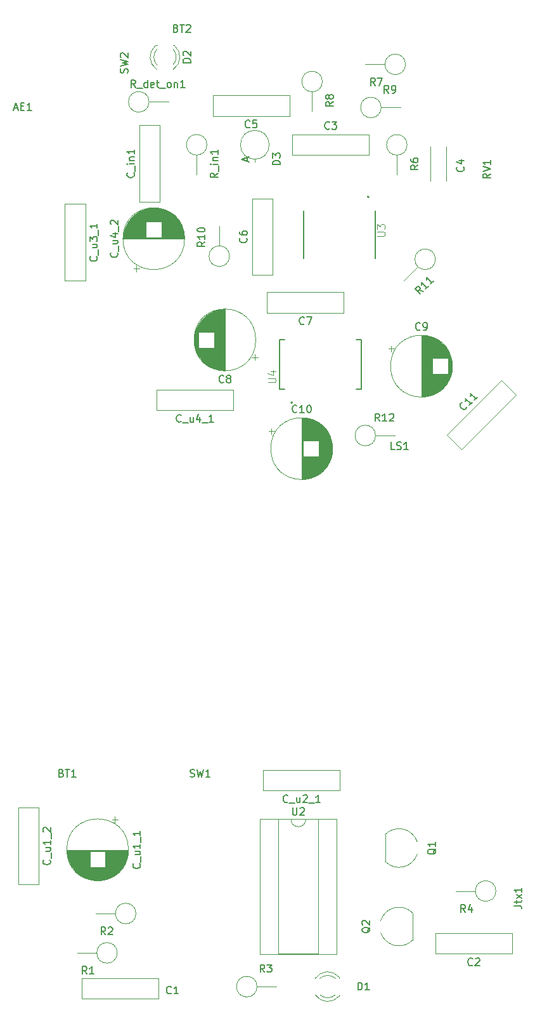
<source format=gbr>
G04 #@! TF.GenerationSoftware,KiCad,Pcbnew,5.1.5-1.fc30*
G04 #@! TF.CreationDate,2021-07-16T22:34:38+03:00*
G04 #@! TF.ProjectId,find-wire,66696e64-2d77-4697-9265-2e6b69636164,rev?*
G04 #@! TF.SameCoordinates,Original*
G04 #@! TF.FileFunction,Legend,Top*
G04 #@! TF.FilePolarity,Positive*
%FSLAX46Y46*%
G04 Gerber Fmt 4.6, Leading zero omitted, Abs format (unit mm)*
G04 Created by KiCad (PCBNEW 5.1.5-1.fc30) date 2021-07-16 22:34:38*
%MOMM*%
%LPD*%
G04 APERTURE LIST*
%ADD10C,0.200000*%
%ADD11C,0.127000*%
%ADD12C,0.120000*%
%ADD13C,0.015000*%
%ADD14C,0.150000*%
G04 APERTURE END LIST*
D10*
X80540000Y-72380000D02*
G75*
G03X80540000Y-72380000I-100000J0D01*
G01*
D11*
X78790000Y-70550000D02*
X79460000Y-70550000D01*
X78790000Y-63950000D02*
X78790000Y-70550000D01*
X89710000Y-63950000D02*
X89040000Y-63950000D01*
X89710000Y-70550000D02*
X89710000Y-63950000D01*
X89040000Y-70550000D02*
X89710000Y-70550000D01*
X79460000Y-63950000D02*
X78790000Y-63950000D01*
X82015000Y-46795000D02*
X82015000Y-53145000D01*
X91605000Y-46795000D02*
X91605000Y-53145000D01*
D10*
X90720000Y-44935000D02*
G75*
G03X90720000Y-44935000I-100000J0D01*
G01*
D12*
X86450000Y-127860000D02*
X76170000Y-127860000D01*
X86450000Y-145880000D02*
X86450000Y-127860000D01*
X76170000Y-145880000D02*
X86450000Y-145880000D01*
X76170000Y-127860000D02*
X76170000Y-145880000D01*
X83960000Y-127920000D02*
X82310000Y-127920000D01*
X83960000Y-145820000D02*
X83960000Y-127920000D01*
X78660000Y-145820000D02*
X83960000Y-145820000D01*
X78660000Y-127920000D02*
X78660000Y-145820000D01*
X80310000Y-127920000D02*
X78660000Y-127920000D01*
X82310000Y-127920000D02*
G75*
G02X80310000Y-127920000I-1000000J0D01*
G01*
X67725895Y-39346319D02*
X67725895Y-41956319D01*
X69095895Y-37976319D02*
G75*
G03X69095895Y-37976319I-1370000J0D01*
G01*
X61370000Y-32250000D02*
X63980000Y-32250000D01*
X61370000Y-32250000D02*
G75*
G03X61370000Y-32250000I-1370000J0D01*
G01*
X91620000Y-76750000D02*
X94230000Y-76750000D01*
X91620000Y-76750000D02*
G75*
G03X91620000Y-76750000I-1370000J0D01*
G01*
X97281264Y-54218736D02*
X95435715Y-56064285D01*
X99620000Y-53250000D02*
G75*
G03X99620000Y-53250000I-1370000J0D01*
G01*
X70750000Y-51460000D02*
X70750000Y-48850000D01*
X72120000Y-52830000D02*
G75*
G03X72120000Y-52830000I-1370000J0D01*
G01*
X92370000Y-33000000D02*
X94980000Y-33000000D01*
X92370000Y-33000000D02*
G75*
G03X92370000Y-33000000I-1370000J0D01*
G01*
X83145652Y-30910079D02*
X83145652Y-33520079D01*
X84515652Y-29540079D02*
G75*
G03X84515652Y-29540079I-1370000J0D01*
G01*
X92880000Y-27250000D02*
X90270000Y-27250000D01*
X95620000Y-27250000D02*
G75*
G03X95620000Y-27250000I-1370000J0D01*
G01*
X94466364Y-39357554D02*
X94466364Y-41967554D01*
X95836364Y-37987554D02*
G75*
G03X95836364Y-37987554I-1370000J0D01*
G01*
X104960000Y-137500000D02*
X102350000Y-137500000D01*
X107700000Y-137500000D02*
G75*
G03X107700000Y-137500000I-1370000J0D01*
G01*
X75790000Y-150250000D02*
X78400000Y-150250000D01*
X75790000Y-150250000D02*
G75*
G03X75790000Y-150250000I-1370000J0D01*
G01*
X56880000Y-140500000D02*
X54270000Y-140500000D01*
X59620000Y-140500000D02*
G75*
G03X59620000Y-140500000I-1370000J0D01*
G01*
X54380000Y-145750000D02*
X51770000Y-145750000D01*
X57120000Y-145750000D02*
G75*
G03X57120000Y-145750000I-1370000J0D01*
G01*
X96577684Y-140421555D02*
G75*
G03X92300000Y-141450000I-1827684J-1808445D01*
G01*
X96591741Y-144041875D02*
G75*
G02X92300000Y-143050000I-1841741J1811875D01*
G01*
X96600000Y-144030000D02*
X96600000Y-140430000D01*
X92922316Y-133578445D02*
G75*
G03X97200000Y-132550000I1827684J1808445D01*
G01*
X92908259Y-129958125D02*
G75*
G02X97200000Y-130950000I1841741J-1811875D01*
G01*
X92900000Y-129970000D02*
X92900000Y-133570000D01*
X75497751Y-39896319D02*
X75497751Y-40286319D01*
X77417751Y-37976319D02*
G75*
G03X77417751Y-37976319I-1920000J0D01*
G01*
X62420000Y-24710000D02*
X62264000Y-24710000D01*
X64736000Y-24710000D02*
X64580000Y-24710000D01*
X62420163Y-27311130D02*
G75*
G02X62420000Y-25229039I1079837J1041130D01*
G01*
X64579837Y-27311130D02*
G75*
G03X64580000Y-25229039I-1079837J1041130D01*
G01*
X62421392Y-27942335D02*
G75*
G02X62264484Y-24710000I1078608J1672335D01*
G01*
X64578608Y-27942335D02*
G75*
G03X64735516Y-24710000I-1078608J1672335D01*
G01*
X86790000Y-149170000D02*
X86790000Y-149014000D01*
X86790000Y-151486000D02*
X86790000Y-151330000D01*
X84188870Y-149170163D02*
G75*
G02X86270961Y-149170000I1041130J-1079837D01*
G01*
X84188870Y-151329837D02*
G75*
G03X86270961Y-151330000I1041130J1079837D01*
G01*
X83557665Y-149171392D02*
G75*
G02X86790000Y-149014484I1672335J-1078608D01*
G01*
X83557665Y-151328608D02*
G75*
G03X86790000Y-151485516I1672335J1078608D01*
G01*
X59285000Y-54509698D02*
X60085000Y-54509698D01*
X59685000Y-54909698D02*
X59685000Y-54109698D01*
X61467000Y-46419000D02*
X62533000Y-46419000D01*
X61232000Y-46459000D02*
X62768000Y-46459000D01*
X61052000Y-46499000D02*
X62948000Y-46499000D01*
X60902000Y-46539000D02*
X63098000Y-46539000D01*
X60771000Y-46579000D02*
X63229000Y-46579000D01*
X60654000Y-46619000D02*
X63346000Y-46619000D01*
X60547000Y-46659000D02*
X63453000Y-46659000D01*
X60448000Y-46699000D02*
X63552000Y-46699000D01*
X60355000Y-46739000D02*
X63645000Y-46739000D01*
X60269000Y-46779000D02*
X63731000Y-46779000D01*
X60187000Y-46819000D02*
X63813000Y-46819000D01*
X60110000Y-46859000D02*
X63890000Y-46859000D01*
X60036000Y-46899000D02*
X63964000Y-46899000D01*
X59966000Y-46939000D02*
X64034000Y-46939000D01*
X59898000Y-46979000D02*
X64102000Y-46979000D01*
X59834000Y-47019000D02*
X64166000Y-47019000D01*
X59772000Y-47059000D02*
X64228000Y-47059000D01*
X59713000Y-47099000D02*
X64287000Y-47099000D01*
X59655000Y-47139000D02*
X64345000Y-47139000D01*
X59600000Y-47179000D02*
X64400000Y-47179000D01*
X59546000Y-47219000D02*
X64454000Y-47219000D01*
X59495000Y-47259000D02*
X64505000Y-47259000D01*
X59444000Y-47299000D02*
X64556000Y-47299000D01*
X59396000Y-47339000D02*
X64604000Y-47339000D01*
X59349000Y-47379000D02*
X64651000Y-47379000D01*
X59303000Y-47419000D02*
X64697000Y-47419000D01*
X59259000Y-47459000D02*
X64741000Y-47459000D01*
X59216000Y-47499000D02*
X64784000Y-47499000D01*
X59174000Y-47539000D02*
X64826000Y-47539000D01*
X59133000Y-47579000D02*
X64867000Y-47579000D01*
X59093000Y-47619000D02*
X64907000Y-47619000D01*
X59055000Y-47659000D02*
X64945000Y-47659000D01*
X59017000Y-47699000D02*
X64983000Y-47699000D01*
X58981000Y-47739000D02*
X65019000Y-47739000D01*
X58945000Y-47779000D02*
X65055000Y-47779000D01*
X58910000Y-47819000D02*
X65090000Y-47819000D01*
X58876000Y-47859000D02*
X65124000Y-47859000D01*
X58844000Y-47899000D02*
X65156000Y-47899000D01*
X58811000Y-47939000D02*
X65189000Y-47939000D01*
X58780000Y-47979000D02*
X65220000Y-47979000D01*
X58750000Y-48019000D02*
X65250000Y-48019000D01*
X58720000Y-48059000D02*
X65280000Y-48059000D01*
X58691000Y-48099000D02*
X65309000Y-48099000D01*
X58662000Y-48139000D02*
X65338000Y-48139000D01*
X58635000Y-48179000D02*
X65365000Y-48179000D01*
X63040000Y-48219000D02*
X65392000Y-48219000D01*
X58608000Y-48219000D02*
X60960000Y-48219000D01*
X63040000Y-48259000D02*
X65418000Y-48259000D01*
X58582000Y-48259000D02*
X60960000Y-48259000D01*
X63040000Y-48299000D02*
X65444000Y-48299000D01*
X58556000Y-48299000D02*
X60960000Y-48299000D01*
X63040000Y-48339000D02*
X65469000Y-48339000D01*
X58531000Y-48339000D02*
X60960000Y-48339000D01*
X63040000Y-48379000D02*
X65493000Y-48379000D01*
X58507000Y-48379000D02*
X60960000Y-48379000D01*
X63040000Y-48419000D02*
X65517000Y-48419000D01*
X58483000Y-48419000D02*
X60960000Y-48419000D01*
X63040000Y-48459000D02*
X65540000Y-48459000D01*
X58460000Y-48459000D02*
X60960000Y-48459000D01*
X63040000Y-48499000D02*
X65562000Y-48499000D01*
X58438000Y-48499000D02*
X60960000Y-48499000D01*
X63040000Y-48539000D02*
X65584000Y-48539000D01*
X58416000Y-48539000D02*
X60960000Y-48539000D01*
X63040000Y-48579000D02*
X65606000Y-48579000D01*
X58394000Y-48579000D02*
X60960000Y-48579000D01*
X63040000Y-48619000D02*
X65627000Y-48619000D01*
X58373000Y-48619000D02*
X60960000Y-48619000D01*
X63040000Y-48659000D02*
X65647000Y-48659000D01*
X58353000Y-48659000D02*
X60960000Y-48659000D01*
X63040000Y-48699000D02*
X65666000Y-48699000D01*
X58334000Y-48699000D02*
X60960000Y-48699000D01*
X63040000Y-48739000D02*
X65686000Y-48739000D01*
X58314000Y-48739000D02*
X60960000Y-48739000D01*
X63040000Y-48779000D02*
X65704000Y-48779000D01*
X58296000Y-48779000D02*
X60960000Y-48779000D01*
X63040000Y-48819000D02*
X65722000Y-48819000D01*
X58278000Y-48819000D02*
X60960000Y-48819000D01*
X63040000Y-48859000D02*
X65740000Y-48859000D01*
X58260000Y-48859000D02*
X60960000Y-48859000D01*
X63040000Y-48899000D02*
X65757000Y-48899000D01*
X58243000Y-48899000D02*
X60960000Y-48899000D01*
X63040000Y-48939000D02*
X65774000Y-48939000D01*
X58226000Y-48939000D02*
X60960000Y-48939000D01*
X63040000Y-48979000D02*
X65790000Y-48979000D01*
X58210000Y-48979000D02*
X60960000Y-48979000D01*
X63040000Y-49019000D02*
X65805000Y-49019000D01*
X58195000Y-49019000D02*
X60960000Y-49019000D01*
X63040000Y-49059000D02*
X65821000Y-49059000D01*
X58179000Y-49059000D02*
X60960000Y-49059000D01*
X63040000Y-49099000D02*
X65835000Y-49099000D01*
X58165000Y-49099000D02*
X60960000Y-49099000D01*
X63040000Y-49139000D02*
X65850000Y-49139000D01*
X58150000Y-49139000D02*
X60960000Y-49139000D01*
X63040000Y-49179000D02*
X65863000Y-49179000D01*
X58137000Y-49179000D02*
X60960000Y-49179000D01*
X63040000Y-49219000D02*
X65877000Y-49219000D01*
X58123000Y-49219000D02*
X60960000Y-49219000D01*
X63040000Y-49259000D02*
X65889000Y-49259000D01*
X58111000Y-49259000D02*
X60960000Y-49259000D01*
X63040000Y-49299000D02*
X65902000Y-49299000D01*
X58098000Y-49299000D02*
X60960000Y-49299000D01*
X63040000Y-49339000D02*
X65914000Y-49339000D01*
X58086000Y-49339000D02*
X60960000Y-49339000D01*
X63040000Y-49379000D02*
X65925000Y-49379000D01*
X58075000Y-49379000D02*
X60960000Y-49379000D01*
X63040000Y-49419000D02*
X65936000Y-49419000D01*
X58064000Y-49419000D02*
X60960000Y-49419000D01*
X63040000Y-49459000D02*
X65947000Y-49459000D01*
X58053000Y-49459000D02*
X60960000Y-49459000D01*
X63040000Y-49499000D02*
X65957000Y-49499000D01*
X58043000Y-49499000D02*
X60960000Y-49499000D01*
X63040000Y-49539000D02*
X65967000Y-49539000D01*
X58033000Y-49539000D02*
X60960000Y-49539000D01*
X63040000Y-49579000D02*
X65976000Y-49579000D01*
X58024000Y-49579000D02*
X60960000Y-49579000D01*
X63040000Y-49619000D02*
X65985000Y-49619000D01*
X58015000Y-49619000D02*
X60960000Y-49619000D01*
X63040000Y-49659000D02*
X65994000Y-49659000D01*
X58006000Y-49659000D02*
X60960000Y-49659000D01*
X63040000Y-49699000D02*
X66002000Y-49699000D01*
X57998000Y-49699000D02*
X60960000Y-49699000D01*
X63040000Y-49739000D02*
X66010000Y-49739000D01*
X57990000Y-49739000D02*
X60960000Y-49739000D01*
X63040000Y-49779000D02*
X66017000Y-49779000D01*
X57983000Y-49779000D02*
X60960000Y-49779000D01*
X63040000Y-49820000D02*
X66024000Y-49820000D01*
X57976000Y-49820000D02*
X60960000Y-49820000D01*
X63040000Y-49860000D02*
X66030000Y-49860000D01*
X57970000Y-49860000D02*
X60960000Y-49860000D01*
X63040000Y-49900000D02*
X66037000Y-49900000D01*
X57963000Y-49900000D02*
X60960000Y-49900000D01*
X63040000Y-49940000D02*
X66042000Y-49940000D01*
X57958000Y-49940000D02*
X60960000Y-49940000D01*
X63040000Y-49980000D02*
X66048000Y-49980000D01*
X57952000Y-49980000D02*
X60960000Y-49980000D01*
X63040000Y-50020000D02*
X66052000Y-50020000D01*
X57948000Y-50020000D02*
X60960000Y-50020000D01*
X63040000Y-50060000D02*
X66057000Y-50060000D01*
X57943000Y-50060000D02*
X60960000Y-50060000D01*
X63040000Y-50100000D02*
X66061000Y-50100000D01*
X57939000Y-50100000D02*
X60960000Y-50100000D01*
X63040000Y-50140000D02*
X66065000Y-50140000D01*
X57935000Y-50140000D02*
X60960000Y-50140000D01*
X63040000Y-50180000D02*
X66068000Y-50180000D01*
X57932000Y-50180000D02*
X60960000Y-50180000D01*
X63040000Y-50220000D02*
X66071000Y-50220000D01*
X57929000Y-50220000D02*
X60960000Y-50220000D01*
X63040000Y-50260000D02*
X66074000Y-50260000D01*
X57926000Y-50260000D02*
X60960000Y-50260000D01*
X57924000Y-50300000D02*
X66076000Y-50300000D01*
X57923000Y-50340000D02*
X66077000Y-50340000D01*
X57921000Y-50380000D02*
X66079000Y-50380000D01*
X57920000Y-50420000D02*
X66080000Y-50420000D01*
X57920000Y-50460000D02*
X66080000Y-50460000D01*
X57920000Y-50500000D02*
X66080000Y-50500000D01*
X66120000Y-50500000D02*
G75*
G03X66120000Y-50500000I-4120000J0D01*
G01*
X62380000Y-73370000D02*
X62380000Y-70630000D01*
X72620000Y-73370000D02*
X72620000Y-70630000D01*
X72620000Y-70630000D02*
X62380000Y-70630000D01*
X72620000Y-73370000D02*
X62380000Y-73370000D01*
X52870000Y-56120000D02*
X50130000Y-56120000D01*
X52870000Y-45880000D02*
X50130000Y-45880000D01*
X50130000Y-45880000D02*
X50130000Y-56120000D01*
X52870000Y-45880000D02*
X52870000Y-56120000D01*
X76630000Y-124120000D02*
X76630000Y-121380000D01*
X86870000Y-124120000D02*
X86870000Y-121380000D01*
X86870000Y-121380000D02*
X76630000Y-121380000D01*
X86870000Y-124120000D02*
X76630000Y-124120000D01*
X46620000Y-136620000D02*
X43880000Y-136620000D01*
X46620000Y-126380000D02*
X43880000Y-126380000D01*
X43880000Y-126380000D02*
X43880000Y-136620000D01*
X46620000Y-126380000D02*
X46620000Y-136620000D01*
X57215000Y-127990302D02*
X56415000Y-127990302D01*
X56815000Y-127590302D02*
X56815000Y-128390302D01*
X55033000Y-136081000D02*
X53967000Y-136081000D01*
X55268000Y-136041000D02*
X53732000Y-136041000D01*
X55448000Y-136001000D02*
X53552000Y-136001000D01*
X55598000Y-135961000D02*
X53402000Y-135961000D01*
X55729000Y-135921000D02*
X53271000Y-135921000D01*
X55846000Y-135881000D02*
X53154000Y-135881000D01*
X55953000Y-135841000D02*
X53047000Y-135841000D01*
X56052000Y-135801000D02*
X52948000Y-135801000D01*
X56145000Y-135761000D02*
X52855000Y-135761000D01*
X56231000Y-135721000D02*
X52769000Y-135721000D01*
X56313000Y-135681000D02*
X52687000Y-135681000D01*
X56390000Y-135641000D02*
X52610000Y-135641000D01*
X56464000Y-135601000D02*
X52536000Y-135601000D01*
X56534000Y-135561000D02*
X52466000Y-135561000D01*
X56602000Y-135521000D02*
X52398000Y-135521000D01*
X56666000Y-135481000D02*
X52334000Y-135481000D01*
X56728000Y-135441000D02*
X52272000Y-135441000D01*
X56787000Y-135401000D02*
X52213000Y-135401000D01*
X56845000Y-135361000D02*
X52155000Y-135361000D01*
X56900000Y-135321000D02*
X52100000Y-135321000D01*
X56954000Y-135281000D02*
X52046000Y-135281000D01*
X57005000Y-135241000D02*
X51995000Y-135241000D01*
X57056000Y-135201000D02*
X51944000Y-135201000D01*
X57104000Y-135161000D02*
X51896000Y-135161000D01*
X57151000Y-135121000D02*
X51849000Y-135121000D01*
X57197000Y-135081000D02*
X51803000Y-135081000D01*
X57241000Y-135041000D02*
X51759000Y-135041000D01*
X57284000Y-135001000D02*
X51716000Y-135001000D01*
X57326000Y-134961000D02*
X51674000Y-134961000D01*
X57367000Y-134921000D02*
X51633000Y-134921000D01*
X57407000Y-134881000D02*
X51593000Y-134881000D01*
X57445000Y-134841000D02*
X51555000Y-134841000D01*
X57483000Y-134801000D02*
X51517000Y-134801000D01*
X57519000Y-134761000D02*
X51481000Y-134761000D01*
X57555000Y-134721000D02*
X51445000Y-134721000D01*
X57590000Y-134681000D02*
X51410000Y-134681000D01*
X57624000Y-134641000D02*
X51376000Y-134641000D01*
X57656000Y-134601000D02*
X51344000Y-134601000D01*
X57689000Y-134561000D02*
X51311000Y-134561000D01*
X57720000Y-134521000D02*
X51280000Y-134521000D01*
X57750000Y-134481000D02*
X51250000Y-134481000D01*
X57780000Y-134441000D02*
X51220000Y-134441000D01*
X57809000Y-134401000D02*
X51191000Y-134401000D01*
X57838000Y-134361000D02*
X51162000Y-134361000D01*
X57865000Y-134321000D02*
X51135000Y-134321000D01*
X53460000Y-134281000D02*
X51108000Y-134281000D01*
X57892000Y-134281000D02*
X55540000Y-134281000D01*
X53460000Y-134241000D02*
X51082000Y-134241000D01*
X57918000Y-134241000D02*
X55540000Y-134241000D01*
X53460000Y-134201000D02*
X51056000Y-134201000D01*
X57944000Y-134201000D02*
X55540000Y-134201000D01*
X53460000Y-134161000D02*
X51031000Y-134161000D01*
X57969000Y-134161000D02*
X55540000Y-134161000D01*
X53460000Y-134121000D02*
X51007000Y-134121000D01*
X57993000Y-134121000D02*
X55540000Y-134121000D01*
X53460000Y-134081000D02*
X50983000Y-134081000D01*
X58017000Y-134081000D02*
X55540000Y-134081000D01*
X53460000Y-134041000D02*
X50960000Y-134041000D01*
X58040000Y-134041000D02*
X55540000Y-134041000D01*
X53460000Y-134001000D02*
X50938000Y-134001000D01*
X58062000Y-134001000D02*
X55540000Y-134001000D01*
X53460000Y-133961000D02*
X50916000Y-133961000D01*
X58084000Y-133961000D02*
X55540000Y-133961000D01*
X53460000Y-133921000D02*
X50894000Y-133921000D01*
X58106000Y-133921000D02*
X55540000Y-133921000D01*
X53460000Y-133881000D02*
X50873000Y-133881000D01*
X58127000Y-133881000D02*
X55540000Y-133881000D01*
X53460000Y-133841000D02*
X50853000Y-133841000D01*
X58147000Y-133841000D02*
X55540000Y-133841000D01*
X53460000Y-133801000D02*
X50834000Y-133801000D01*
X58166000Y-133801000D02*
X55540000Y-133801000D01*
X53460000Y-133761000D02*
X50814000Y-133761000D01*
X58186000Y-133761000D02*
X55540000Y-133761000D01*
X53460000Y-133721000D02*
X50796000Y-133721000D01*
X58204000Y-133721000D02*
X55540000Y-133721000D01*
X53460000Y-133681000D02*
X50778000Y-133681000D01*
X58222000Y-133681000D02*
X55540000Y-133681000D01*
X53460000Y-133641000D02*
X50760000Y-133641000D01*
X58240000Y-133641000D02*
X55540000Y-133641000D01*
X53460000Y-133601000D02*
X50743000Y-133601000D01*
X58257000Y-133601000D02*
X55540000Y-133601000D01*
X53460000Y-133561000D02*
X50726000Y-133561000D01*
X58274000Y-133561000D02*
X55540000Y-133561000D01*
X53460000Y-133521000D02*
X50710000Y-133521000D01*
X58290000Y-133521000D02*
X55540000Y-133521000D01*
X53460000Y-133481000D02*
X50695000Y-133481000D01*
X58305000Y-133481000D02*
X55540000Y-133481000D01*
X53460000Y-133441000D02*
X50679000Y-133441000D01*
X58321000Y-133441000D02*
X55540000Y-133441000D01*
X53460000Y-133401000D02*
X50665000Y-133401000D01*
X58335000Y-133401000D02*
X55540000Y-133401000D01*
X53460000Y-133361000D02*
X50650000Y-133361000D01*
X58350000Y-133361000D02*
X55540000Y-133361000D01*
X53460000Y-133321000D02*
X50637000Y-133321000D01*
X58363000Y-133321000D02*
X55540000Y-133321000D01*
X53460000Y-133281000D02*
X50623000Y-133281000D01*
X58377000Y-133281000D02*
X55540000Y-133281000D01*
X53460000Y-133241000D02*
X50611000Y-133241000D01*
X58389000Y-133241000D02*
X55540000Y-133241000D01*
X53460000Y-133201000D02*
X50598000Y-133201000D01*
X58402000Y-133201000D02*
X55540000Y-133201000D01*
X53460000Y-133161000D02*
X50586000Y-133161000D01*
X58414000Y-133161000D02*
X55540000Y-133161000D01*
X53460000Y-133121000D02*
X50575000Y-133121000D01*
X58425000Y-133121000D02*
X55540000Y-133121000D01*
X53460000Y-133081000D02*
X50564000Y-133081000D01*
X58436000Y-133081000D02*
X55540000Y-133081000D01*
X53460000Y-133041000D02*
X50553000Y-133041000D01*
X58447000Y-133041000D02*
X55540000Y-133041000D01*
X53460000Y-133001000D02*
X50543000Y-133001000D01*
X58457000Y-133001000D02*
X55540000Y-133001000D01*
X53460000Y-132961000D02*
X50533000Y-132961000D01*
X58467000Y-132961000D02*
X55540000Y-132961000D01*
X53460000Y-132921000D02*
X50524000Y-132921000D01*
X58476000Y-132921000D02*
X55540000Y-132921000D01*
X53460000Y-132881000D02*
X50515000Y-132881000D01*
X58485000Y-132881000D02*
X55540000Y-132881000D01*
X53460000Y-132841000D02*
X50506000Y-132841000D01*
X58494000Y-132841000D02*
X55540000Y-132841000D01*
X53460000Y-132801000D02*
X50498000Y-132801000D01*
X58502000Y-132801000D02*
X55540000Y-132801000D01*
X53460000Y-132761000D02*
X50490000Y-132761000D01*
X58510000Y-132761000D02*
X55540000Y-132761000D01*
X53460000Y-132721000D02*
X50483000Y-132721000D01*
X58517000Y-132721000D02*
X55540000Y-132721000D01*
X53460000Y-132680000D02*
X50476000Y-132680000D01*
X58524000Y-132680000D02*
X55540000Y-132680000D01*
X53460000Y-132640000D02*
X50470000Y-132640000D01*
X58530000Y-132640000D02*
X55540000Y-132640000D01*
X53460000Y-132600000D02*
X50463000Y-132600000D01*
X58537000Y-132600000D02*
X55540000Y-132600000D01*
X53460000Y-132560000D02*
X50458000Y-132560000D01*
X58542000Y-132560000D02*
X55540000Y-132560000D01*
X53460000Y-132520000D02*
X50452000Y-132520000D01*
X58548000Y-132520000D02*
X55540000Y-132520000D01*
X53460000Y-132480000D02*
X50448000Y-132480000D01*
X58552000Y-132480000D02*
X55540000Y-132480000D01*
X53460000Y-132440000D02*
X50443000Y-132440000D01*
X58557000Y-132440000D02*
X55540000Y-132440000D01*
X53460000Y-132400000D02*
X50439000Y-132400000D01*
X58561000Y-132400000D02*
X55540000Y-132400000D01*
X53460000Y-132360000D02*
X50435000Y-132360000D01*
X58565000Y-132360000D02*
X55540000Y-132360000D01*
X53460000Y-132320000D02*
X50432000Y-132320000D01*
X58568000Y-132320000D02*
X55540000Y-132320000D01*
X53460000Y-132280000D02*
X50429000Y-132280000D01*
X58571000Y-132280000D02*
X55540000Y-132280000D01*
X53460000Y-132240000D02*
X50426000Y-132240000D01*
X58574000Y-132240000D02*
X55540000Y-132240000D01*
X58576000Y-132200000D02*
X50424000Y-132200000D01*
X58577000Y-132160000D02*
X50423000Y-132160000D01*
X58579000Y-132120000D02*
X50421000Y-132120000D01*
X58580000Y-132080000D02*
X50420000Y-132080000D01*
X58580000Y-132040000D02*
X50420000Y-132040000D01*
X58580000Y-132000000D02*
X50420000Y-132000000D01*
X58620000Y-132000000D02*
G75*
G03X58620000Y-132000000I-4120000J0D01*
G01*
X60098893Y-35356319D02*
X62838893Y-35356319D01*
X60098893Y-45596319D02*
X62838893Y-45596319D01*
X62838893Y-45596319D02*
X62838893Y-35356319D01*
X60098893Y-45596319D02*
X60098893Y-35356319D01*
X108419417Y-69393110D02*
X110356890Y-71330583D01*
X101178644Y-76633883D02*
X103116117Y-78571356D01*
X103116117Y-78571356D02*
X110356890Y-71330583D01*
X101178644Y-76633883D02*
X108419417Y-69393110D01*
X77740302Y-75785000D02*
X77740302Y-76585000D01*
X77340302Y-76185000D02*
X78140302Y-76185000D01*
X85831000Y-77967000D02*
X85831000Y-79033000D01*
X85791000Y-77732000D02*
X85791000Y-79268000D01*
X85751000Y-77552000D02*
X85751000Y-79448000D01*
X85711000Y-77402000D02*
X85711000Y-79598000D01*
X85671000Y-77271000D02*
X85671000Y-79729000D01*
X85631000Y-77154000D02*
X85631000Y-79846000D01*
X85591000Y-77047000D02*
X85591000Y-79953000D01*
X85551000Y-76948000D02*
X85551000Y-80052000D01*
X85511000Y-76855000D02*
X85511000Y-80145000D01*
X85471000Y-76769000D02*
X85471000Y-80231000D01*
X85431000Y-76687000D02*
X85431000Y-80313000D01*
X85391000Y-76610000D02*
X85391000Y-80390000D01*
X85351000Y-76536000D02*
X85351000Y-80464000D01*
X85311000Y-76466000D02*
X85311000Y-80534000D01*
X85271000Y-76398000D02*
X85271000Y-80602000D01*
X85231000Y-76334000D02*
X85231000Y-80666000D01*
X85191000Y-76272000D02*
X85191000Y-80728000D01*
X85151000Y-76213000D02*
X85151000Y-80787000D01*
X85111000Y-76155000D02*
X85111000Y-80845000D01*
X85071000Y-76100000D02*
X85071000Y-80900000D01*
X85031000Y-76046000D02*
X85031000Y-80954000D01*
X84991000Y-75995000D02*
X84991000Y-81005000D01*
X84951000Y-75944000D02*
X84951000Y-81056000D01*
X84911000Y-75896000D02*
X84911000Y-81104000D01*
X84871000Y-75849000D02*
X84871000Y-81151000D01*
X84831000Y-75803000D02*
X84831000Y-81197000D01*
X84791000Y-75759000D02*
X84791000Y-81241000D01*
X84751000Y-75716000D02*
X84751000Y-81284000D01*
X84711000Y-75674000D02*
X84711000Y-81326000D01*
X84671000Y-75633000D02*
X84671000Y-81367000D01*
X84631000Y-75593000D02*
X84631000Y-81407000D01*
X84591000Y-75555000D02*
X84591000Y-81445000D01*
X84551000Y-75517000D02*
X84551000Y-81483000D01*
X84511000Y-75481000D02*
X84511000Y-81519000D01*
X84471000Y-75445000D02*
X84471000Y-81555000D01*
X84431000Y-75410000D02*
X84431000Y-81590000D01*
X84391000Y-75376000D02*
X84391000Y-81624000D01*
X84351000Y-75344000D02*
X84351000Y-81656000D01*
X84311000Y-75311000D02*
X84311000Y-81689000D01*
X84271000Y-75280000D02*
X84271000Y-81720000D01*
X84231000Y-75250000D02*
X84231000Y-81750000D01*
X84191000Y-75220000D02*
X84191000Y-81780000D01*
X84151000Y-75191000D02*
X84151000Y-81809000D01*
X84111000Y-75162000D02*
X84111000Y-81838000D01*
X84071000Y-75135000D02*
X84071000Y-81865000D01*
X84031000Y-79540000D02*
X84031000Y-81892000D01*
X84031000Y-75108000D02*
X84031000Y-77460000D01*
X83991000Y-79540000D02*
X83991000Y-81918000D01*
X83991000Y-75082000D02*
X83991000Y-77460000D01*
X83951000Y-79540000D02*
X83951000Y-81944000D01*
X83951000Y-75056000D02*
X83951000Y-77460000D01*
X83911000Y-79540000D02*
X83911000Y-81969000D01*
X83911000Y-75031000D02*
X83911000Y-77460000D01*
X83871000Y-79540000D02*
X83871000Y-81993000D01*
X83871000Y-75007000D02*
X83871000Y-77460000D01*
X83831000Y-79540000D02*
X83831000Y-82017000D01*
X83831000Y-74983000D02*
X83831000Y-77460000D01*
X83791000Y-79540000D02*
X83791000Y-82040000D01*
X83791000Y-74960000D02*
X83791000Y-77460000D01*
X83751000Y-79540000D02*
X83751000Y-82062000D01*
X83751000Y-74938000D02*
X83751000Y-77460000D01*
X83711000Y-79540000D02*
X83711000Y-82084000D01*
X83711000Y-74916000D02*
X83711000Y-77460000D01*
X83671000Y-79540000D02*
X83671000Y-82106000D01*
X83671000Y-74894000D02*
X83671000Y-77460000D01*
X83631000Y-79540000D02*
X83631000Y-82127000D01*
X83631000Y-74873000D02*
X83631000Y-77460000D01*
X83591000Y-79540000D02*
X83591000Y-82147000D01*
X83591000Y-74853000D02*
X83591000Y-77460000D01*
X83551000Y-79540000D02*
X83551000Y-82166000D01*
X83551000Y-74834000D02*
X83551000Y-77460000D01*
X83511000Y-79540000D02*
X83511000Y-82186000D01*
X83511000Y-74814000D02*
X83511000Y-77460000D01*
X83471000Y-79540000D02*
X83471000Y-82204000D01*
X83471000Y-74796000D02*
X83471000Y-77460000D01*
X83431000Y-79540000D02*
X83431000Y-82222000D01*
X83431000Y-74778000D02*
X83431000Y-77460000D01*
X83391000Y-79540000D02*
X83391000Y-82240000D01*
X83391000Y-74760000D02*
X83391000Y-77460000D01*
X83351000Y-79540000D02*
X83351000Y-82257000D01*
X83351000Y-74743000D02*
X83351000Y-77460000D01*
X83311000Y-79540000D02*
X83311000Y-82274000D01*
X83311000Y-74726000D02*
X83311000Y-77460000D01*
X83271000Y-79540000D02*
X83271000Y-82290000D01*
X83271000Y-74710000D02*
X83271000Y-77460000D01*
X83231000Y-79540000D02*
X83231000Y-82305000D01*
X83231000Y-74695000D02*
X83231000Y-77460000D01*
X83191000Y-79540000D02*
X83191000Y-82321000D01*
X83191000Y-74679000D02*
X83191000Y-77460000D01*
X83151000Y-79540000D02*
X83151000Y-82335000D01*
X83151000Y-74665000D02*
X83151000Y-77460000D01*
X83111000Y-79540000D02*
X83111000Y-82350000D01*
X83111000Y-74650000D02*
X83111000Y-77460000D01*
X83071000Y-79540000D02*
X83071000Y-82363000D01*
X83071000Y-74637000D02*
X83071000Y-77460000D01*
X83031000Y-79540000D02*
X83031000Y-82377000D01*
X83031000Y-74623000D02*
X83031000Y-77460000D01*
X82991000Y-79540000D02*
X82991000Y-82389000D01*
X82991000Y-74611000D02*
X82991000Y-77460000D01*
X82951000Y-79540000D02*
X82951000Y-82402000D01*
X82951000Y-74598000D02*
X82951000Y-77460000D01*
X82911000Y-79540000D02*
X82911000Y-82414000D01*
X82911000Y-74586000D02*
X82911000Y-77460000D01*
X82871000Y-79540000D02*
X82871000Y-82425000D01*
X82871000Y-74575000D02*
X82871000Y-77460000D01*
X82831000Y-79540000D02*
X82831000Y-82436000D01*
X82831000Y-74564000D02*
X82831000Y-77460000D01*
X82791000Y-79540000D02*
X82791000Y-82447000D01*
X82791000Y-74553000D02*
X82791000Y-77460000D01*
X82751000Y-79540000D02*
X82751000Y-82457000D01*
X82751000Y-74543000D02*
X82751000Y-77460000D01*
X82711000Y-79540000D02*
X82711000Y-82467000D01*
X82711000Y-74533000D02*
X82711000Y-77460000D01*
X82671000Y-79540000D02*
X82671000Y-82476000D01*
X82671000Y-74524000D02*
X82671000Y-77460000D01*
X82631000Y-79540000D02*
X82631000Y-82485000D01*
X82631000Y-74515000D02*
X82631000Y-77460000D01*
X82591000Y-79540000D02*
X82591000Y-82494000D01*
X82591000Y-74506000D02*
X82591000Y-77460000D01*
X82551000Y-79540000D02*
X82551000Y-82502000D01*
X82551000Y-74498000D02*
X82551000Y-77460000D01*
X82511000Y-79540000D02*
X82511000Y-82510000D01*
X82511000Y-74490000D02*
X82511000Y-77460000D01*
X82471000Y-79540000D02*
X82471000Y-82517000D01*
X82471000Y-74483000D02*
X82471000Y-77460000D01*
X82430000Y-79540000D02*
X82430000Y-82524000D01*
X82430000Y-74476000D02*
X82430000Y-77460000D01*
X82390000Y-79540000D02*
X82390000Y-82530000D01*
X82390000Y-74470000D02*
X82390000Y-77460000D01*
X82350000Y-79540000D02*
X82350000Y-82537000D01*
X82350000Y-74463000D02*
X82350000Y-77460000D01*
X82310000Y-79540000D02*
X82310000Y-82542000D01*
X82310000Y-74458000D02*
X82310000Y-77460000D01*
X82270000Y-79540000D02*
X82270000Y-82548000D01*
X82270000Y-74452000D02*
X82270000Y-77460000D01*
X82230000Y-79540000D02*
X82230000Y-82552000D01*
X82230000Y-74448000D02*
X82230000Y-77460000D01*
X82190000Y-79540000D02*
X82190000Y-82557000D01*
X82190000Y-74443000D02*
X82190000Y-77460000D01*
X82150000Y-79540000D02*
X82150000Y-82561000D01*
X82150000Y-74439000D02*
X82150000Y-77460000D01*
X82110000Y-79540000D02*
X82110000Y-82565000D01*
X82110000Y-74435000D02*
X82110000Y-77460000D01*
X82070000Y-79540000D02*
X82070000Y-82568000D01*
X82070000Y-74432000D02*
X82070000Y-77460000D01*
X82030000Y-79540000D02*
X82030000Y-82571000D01*
X82030000Y-74429000D02*
X82030000Y-77460000D01*
X81990000Y-79540000D02*
X81990000Y-82574000D01*
X81990000Y-74426000D02*
X81990000Y-77460000D01*
X81950000Y-74424000D02*
X81950000Y-82576000D01*
X81910000Y-74423000D02*
X81910000Y-82577000D01*
X81870000Y-74421000D02*
X81870000Y-82579000D01*
X81830000Y-74420000D02*
X81830000Y-82580000D01*
X81790000Y-74420000D02*
X81790000Y-82580000D01*
X81750000Y-74420000D02*
X81750000Y-82580000D01*
X85870000Y-78500000D02*
G75*
G03X85870000Y-78500000I-4120000J0D01*
G01*
X93740302Y-64785000D02*
X93740302Y-65585000D01*
X93340302Y-65185000D02*
X94140302Y-65185000D01*
X101831000Y-66967000D02*
X101831000Y-68033000D01*
X101791000Y-66732000D02*
X101791000Y-68268000D01*
X101751000Y-66552000D02*
X101751000Y-68448000D01*
X101711000Y-66402000D02*
X101711000Y-68598000D01*
X101671000Y-66271000D02*
X101671000Y-68729000D01*
X101631000Y-66154000D02*
X101631000Y-68846000D01*
X101591000Y-66047000D02*
X101591000Y-68953000D01*
X101551000Y-65948000D02*
X101551000Y-69052000D01*
X101511000Y-65855000D02*
X101511000Y-69145000D01*
X101471000Y-65769000D02*
X101471000Y-69231000D01*
X101431000Y-65687000D02*
X101431000Y-69313000D01*
X101391000Y-65610000D02*
X101391000Y-69390000D01*
X101351000Y-65536000D02*
X101351000Y-69464000D01*
X101311000Y-65466000D02*
X101311000Y-69534000D01*
X101271000Y-68540000D02*
X101271000Y-69602000D01*
X101271000Y-65398000D02*
X101271000Y-66460000D01*
X101231000Y-68540000D02*
X101231000Y-69666000D01*
X101231000Y-65334000D02*
X101231000Y-66460000D01*
X101191000Y-68540000D02*
X101191000Y-69728000D01*
X101191000Y-65272000D02*
X101191000Y-66460000D01*
X101151000Y-68540000D02*
X101151000Y-69787000D01*
X101151000Y-65213000D02*
X101151000Y-66460000D01*
X101111000Y-68540000D02*
X101111000Y-69845000D01*
X101111000Y-65155000D02*
X101111000Y-66460000D01*
X101071000Y-68540000D02*
X101071000Y-69900000D01*
X101071000Y-65100000D02*
X101071000Y-66460000D01*
X101031000Y-68540000D02*
X101031000Y-69954000D01*
X101031000Y-65046000D02*
X101031000Y-66460000D01*
X100991000Y-68540000D02*
X100991000Y-70005000D01*
X100991000Y-64995000D02*
X100991000Y-66460000D01*
X100951000Y-68540000D02*
X100951000Y-70056000D01*
X100951000Y-64944000D02*
X100951000Y-66460000D01*
X100911000Y-68540000D02*
X100911000Y-70104000D01*
X100911000Y-64896000D02*
X100911000Y-66460000D01*
X100871000Y-68540000D02*
X100871000Y-70151000D01*
X100871000Y-64849000D02*
X100871000Y-66460000D01*
X100831000Y-68540000D02*
X100831000Y-70197000D01*
X100831000Y-64803000D02*
X100831000Y-66460000D01*
X100791000Y-68540000D02*
X100791000Y-70241000D01*
X100791000Y-64759000D02*
X100791000Y-66460000D01*
X100751000Y-68540000D02*
X100751000Y-70284000D01*
X100751000Y-64716000D02*
X100751000Y-66460000D01*
X100711000Y-68540000D02*
X100711000Y-70326000D01*
X100711000Y-64674000D02*
X100711000Y-66460000D01*
X100671000Y-68540000D02*
X100671000Y-70367000D01*
X100671000Y-64633000D02*
X100671000Y-66460000D01*
X100631000Y-68540000D02*
X100631000Y-70407000D01*
X100631000Y-64593000D02*
X100631000Y-66460000D01*
X100591000Y-68540000D02*
X100591000Y-70445000D01*
X100591000Y-64555000D02*
X100591000Y-66460000D01*
X100551000Y-68540000D02*
X100551000Y-70483000D01*
X100551000Y-64517000D02*
X100551000Y-66460000D01*
X100511000Y-68540000D02*
X100511000Y-70519000D01*
X100511000Y-64481000D02*
X100511000Y-66460000D01*
X100471000Y-68540000D02*
X100471000Y-70555000D01*
X100471000Y-64445000D02*
X100471000Y-66460000D01*
X100431000Y-68540000D02*
X100431000Y-70590000D01*
X100431000Y-64410000D02*
X100431000Y-66460000D01*
X100391000Y-68540000D02*
X100391000Y-70624000D01*
X100391000Y-64376000D02*
X100391000Y-66460000D01*
X100351000Y-68540000D02*
X100351000Y-70656000D01*
X100351000Y-64344000D02*
X100351000Y-66460000D01*
X100311000Y-68540000D02*
X100311000Y-70689000D01*
X100311000Y-64311000D02*
X100311000Y-66460000D01*
X100271000Y-68540000D02*
X100271000Y-70720000D01*
X100271000Y-64280000D02*
X100271000Y-66460000D01*
X100231000Y-68540000D02*
X100231000Y-70750000D01*
X100231000Y-64250000D02*
X100231000Y-66460000D01*
X100191000Y-68540000D02*
X100191000Y-70780000D01*
X100191000Y-64220000D02*
X100191000Y-66460000D01*
X100151000Y-68540000D02*
X100151000Y-70809000D01*
X100151000Y-64191000D02*
X100151000Y-66460000D01*
X100111000Y-68540000D02*
X100111000Y-70838000D01*
X100111000Y-64162000D02*
X100111000Y-66460000D01*
X100071000Y-68540000D02*
X100071000Y-70865000D01*
X100071000Y-64135000D02*
X100071000Y-66460000D01*
X100031000Y-68540000D02*
X100031000Y-70892000D01*
X100031000Y-64108000D02*
X100031000Y-66460000D01*
X99991000Y-68540000D02*
X99991000Y-70918000D01*
X99991000Y-64082000D02*
X99991000Y-66460000D01*
X99951000Y-68540000D02*
X99951000Y-70944000D01*
X99951000Y-64056000D02*
X99951000Y-66460000D01*
X99911000Y-68540000D02*
X99911000Y-70969000D01*
X99911000Y-64031000D02*
X99911000Y-66460000D01*
X99871000Y-68540000D02*
X99871000Y-70993000D01*
X99871000Y-64007000D02*
X99871000Y-66460000D01*
X99831000Y-68540000D02*
X99831000Y-71017000D01*
X99831000Y-63983000D02*
X99831000Y-66460000D01*
X99791000Y-68540000D02*
X99791000Y-71040000D01*
X99791000Y-63960000D02*
X99791000Y-66460000D01*
X99751000Y-68540000D02*
X99751000Y-71062000D01*
X99751000Y-63938000D02*
X99751000Y-66460000D01*
X99711000Y-68540000D02*
X99711000Y-71084000D01*
X99711000Y-63916000D02*
X99711000Y-66460000D01*
X99671000Y-68540000D02*
X99671000Y-71106000D01*
X99671000Y-63894000D02*
X99671000Y-66460000D01*
X99631000Y-68540000D02*
X99631000Y-71127000D01*
X99631000Y-63873000D02*
X99631000Y-66460000D01*
X99591000Y-68540000D02*
X99591000Y-71147000D01*
X99591000Y-63853000D02*
X99591000Y-66460000D01*
X99551000Y-68540000D02*
X99551000Y-71166000D01*
X99551000Y-63834000D02*
X99551000Y-66460000D01*
X99511000Y-68540000D02*
X99511000Y-71186000D01*
X99511000Y-63814000D02*
X99511000Y-66460000D01*
X99471000Y-68540000D02*
X99471000Y-71204000D01*
X99471000Y-63796000D02*
X99471000Y-66460000D01*
X99431000Y-68540000D02*
X99431000Y-71222000D01*
X99431000Y-63778000D02*
X99431000Y-66460000D01*
X99391000Y-68540000D02*
X99391000Y-71240000D01*
X99391000Y-63760000D02*
X99391000Y-66460000D01*
X99351000Y-68540000D02*
X99351000Y-71257000D01*
X99351000Y-63743000D02*
X99351000Y-66460000D01*
X99311000Y-68540000D02*
X99311000Y-71274000D01*
X99311000Y-63726000D02*
X99311000Y-66460000D01*
X99271000Y-68540000D02*
X99271000Y-71290000D01*
X99271000Y-63710000D02*
X99271000Y-66460000D01*
X99231000Y-68540000D02*
X99231000Y-71305000D01*
X99231000Y-63695000D02*
X99231000Y-66460000D01*
X99191000Y-63679000D02*
X99191000Y-71321000D01*
X99151000Y-63665000D02*
X99151000Y-71335000D01*
X99111000Y-63650000D02*
X99111000Y-71350000D01*
X99071000Y-63637000D02*
X99071000Y-71363000D01*
X99031000Y-63623000D02*
X99031000Y-71377000D01*
X98991000Y-63611000D02*
X98991000Y-71389000D01*
X98951000Y-63598000D02*
X98951000Y-71402000D01*
X98911000Y-63586000D02*
X98911000Y-71414000D01*
X98871000Y-63575000D02*
X98871000Y-71425000D01*
X98831000Y-63564000D02*
X98831000Y-71436000D01*
X98791000Y-63553000D02*
X98791000Y-71447000D01*
X98751000Y-63543000D02*
X98751000Y-71457000D01*
X98711000Y-63533000D02*
X98711000Y-71467000D01*
X98671000Y-63524000D02*
X98671000Y-71476000D01*
X98631000Y-63515000D02*
X98631000Y-71485000D01*
X98591000Y-63506000D02*
X98591000Y-71494000D01*
X98551000Y-63498000D02*
X98551000Y-71502000D01*
X98511000Y-63490000D02*
X98511000Y-71510000D01*
X98471000Y-63483000D02*
X98471000Y-71517000D01*
X98430000Y-63476000D02*
X98430000Y-71524000D01*
X98390000Y-63470000D02*
X98390000Y-71530000D01*
X98350000Y-63463000D02*
X98350000Y-71537000D01*
X98310000Y-63458000D02*
X98310000Y-71542000D01*
X98270000Y-63452000D02*
X98270000Y-71548000D01*
X98230000Y-63448000D02*
X98230000Y-71552000D01*
X98190000Y-63443000D02*
X98190000Y-71557000D01*
X98150000Y-63439000D02*
X98150000Y-71561000D01*
X98110000Y-63435000D02*
X98110000Y-71565000D01*
X98070000Y-63432000D02*
X98070000Y-71568000D01*
X98030000Y-63429000D02*
X98030000Y-71571000D01*
X97990000Y-63426000D02*
X97990000Y-71574000D01*
X97950000Y-63424000D02*
X97950000Y-71576000D01*
X97910000Y-63423000D02*
X97910000Y-71577000D01*
X97870000Y-63421000D02*
X97870000Y-71579000D01*
X97830000Y-63420000D02*
X97830000Y-71580000D01*
X97790000Y-63420000D02*
X97790000Y-71580000D01*
X97750000Y-63420000D02*
X97750000Y-71580000D01*
X101870000Y-67500000D02*
G75*
G03X101870000Y-67500000I-4120000J0D01*
G01*
X75509698Y-66715000D02*
X75509698Y-65915000D01*
X75909698Y-66315000D02*
X75109698Y-66315000D01*
X67419000Y-64533000D02*
X67419000Y-63467000D01*
X67459000Y-64768000D02*
X67459000Y-63232000D01*
X67499000Y-64948000D02*
X67499000Y-63052000D01*
X67539000Y-65098000D02*
X67539000Y-62902000D01*
X67579000Y-65229000D02*
X67579000Y-62771000D01*
X67619000Y-65346000D02*
X67619000Y-62654000D01*
X67659000Y-65453000D02*
X67659000Y-62547000D01*
X67699000Y-65552000D02*
X67699000Y-62448000D01*
X67739000Y-65645000D02*
X67739000Y-62355000D01*
X67779000Y-65731000D02*
X67779000Y-62269000D01*
X67819000Y-65813000D02*
X67819000Y-62187000D01*
X67859000Y-65890000D02*
X67859000Y-62110000D01*
X67899000Y-65964000D02*
X67899000Y-62036000D01*
X67939000Y-66034000D02*
X67939000Y-61966000D01*
X67979000Y-62960000D02*
X67979000Y-61898000D01*
X67979000Y-66102000D02*
X67979000Y-65040000D01*
X68019000Y-62960000D02*
X68019000Y-61834000D01*
X68019000Y-66166000D02*
X68019000Y-65040000D01*
X68059000Y-62960000D02*
X68059000Y-61772000D01*
X68059000Y-66228000D02*
X68059000Y-65040000D01*
X68099000Y-62960000D02*
X68099000Y-61713000D01*
X68099000Y-66287000D02*
X68099000Y-65040000D01*
X68139000Y-62960000D02*
X68139000Y-61655000D01*
X68139000Y-66345000D02*
X68139000Y-65040000D01*
X68179000Y-62960000D02*
X68179000Y-61600000D01*
X68179000Y-66400000D02*
X68179000Y-65040000D01*
X68219000Y-62960000D02*
X68219000Y-61546000D01*
X68219000Y-66454000D02*
X68219000Y-65040000D01*
X68259000Y-62960000D02*
X68259000Y-61495000D01*
X68259000Y-66505000D02*
X68259000Y-65040000D01*
X68299000Y-62960000D02*
X68299000Y-61444000D01*
X68299000Y-66556000D02*
X68299000Y-65040000D01*
X68339000Y-62960000D02*
X68339000Y-61396000D01*
X68339000Y-66604000D02*
X68339000Y-65040000D01*
X68379000Y-62960000D02*
X68379000Y-61349000D01*
X68379000Y-66651000D02*
X68379000Y-65040000D01*
X68419000Y-62960000D02*
X68419000Y-61303000D01*
X68419000Y-66697000D02*
X68419000Y-65040000D01*
X68459000Y-62960000D02*
X68459000Y-61259000D01*
X68459000Y-66741000D02*
X68459000Y-65040000D01*
X68499000Y-62960000D02*
X68499000Y-61216000D01*
X68499000Y-66784000D02*
X68499000Y-65040000D01*
X68539000Y-62960000D02*
X68539000Y-61174000D01*
X68539000Y-66826000D02*
X68539000Y-65040000D01*
X68579000Y-62960000D02*
X68579000Y-61133000D01*
X68579000Y-66867000D02*
X68579000Y-65040000D01*
X68619000Y-62960000D02*
X68619000Y-61093000D01*
X68619000Y-66907000D02*
X68619000Y-65040000D01*
X68659000Y-62960000D02*
X68659000Y-61055000D01*
X68659000Y-66945000D02*
X68659000Y-65040000D01*
X68699000Y-62960000D02*
X68699000Y-61017000D01*
X68699000Y-66983000D02*
X68699000Y-65040000D01*
X68739000Y-62960000D02*
X68739000Y-60981000D01*
X68739000Y-67019000D02*
X68739000Y-65040000D01*
X68779000Y-62960000D02*
X68779000Y-60945000D01*
X68779000Y-67055000D02*
X68779000Y-65040000D01*
X68819000Y-62960000D02*
X68819000Y-60910000D01*
X68819000Y-67090000D02*
X68819000Y-65040000D01*
X68859000Y-62960000D02*
X68859000Y-60876000D01*
X68859000Y-67124000D02*
X68859000Y-65040000D01*
X68899000Y-62960000D02*
X68899000Y-60844000D01*
X68899000Y-67156000D02*
X68899000Y-65040000D01*
X68939000Y-62960000D02*
X68939000Y-60811000D01*
X68939000Y-67189000D02*
X68939000Y-65040000D01*
X68979000Y-62960000D02*
X68979000Y-60780000D01*
X68979000Y-67220000D02*
X68979000Y-65040000D01*
X69019000Y-62960000D02*
X69019000Y-60750000D01*
X69019000Y-67250000D02*
X69019000Y-65040000D01*
X69059000Y-62960000D02*
X69059000Y-60720000D01*
X69059000Y-67280000D02*
X69059000Y-65040000D01*
X69099000Y-62960000D02*
X69099000Y-60691000D01*
X69099000Y-67309000D02*
X69099000Y-65040000D01*
X69139000Y-62960000D02*
X69139000Y-60662000D01*
X69139000Y-67338000D02*
X69139000Y-65040000D01*
X69179000Y-62960000D02*
X69179000Y-60635000D01*
X69179000Y-67365000D02*
X69179000Y-65040000D01*
X69219000Y-62960000D02*
X69219000Y-60608000D01*
X69219000Y-67392000D02*
X69219000Y-65040000D01*
X69259000Y-62960000D02*
X69259000Y-60582000D01*
X69259000Y-67418000D02*
X69259000Y-65040000D01*
X69299000Y-62960000D02*
X69299000Y-60556000D01*
X69299000Y-67444000D02*
X69299000Y-65040000D01*
X69339000Y-62960000D02*
X69339000Y-60531000D01*
X69339000Y-67469000D02*
X69339000Y-65040000D01*
X69379000Y-62960000D02*
X69379000Y-60507000D01*
X69379000Y-67493000D02*
X69379000Y-65040000D01*
X69419000Y-62960000D02*
X69419000Y-60483000D01*
X69419000Y-67517000D02*
X69419000Y-65040000D01*
X69459000Y-62960000D02*
X69459000Y-60460000D01*
X69459000Y-67540000D02*
X69459000Y-65040000D01*
X69499000Y-62960000D02*
X69499000Y-60438000D01*
X69499000Y-67562000D02*
X69499000Y-65040000D01*
X69539000Y-62960000D02*
X69539000Y-60416000D01*
X69539000Y-67584000D02*
X69539000Y-65040000D01*
X69579000Y-62960000D02*
X69579000Y-60394000D01*
X69579000Y-67606000D02*
X69579000Y-65040000D01*
X69619000Y-62960000D02*
X69619000Y-60373000D01*
X69619000Y-67627000D02*
X69619000Y-65040000D01*
X69659000Y-62960000D02*
X69659000Y-60353000D01*
X69659000Y-67647000D02*
X69659000Y-65040000D01*
X69699000Y-62960000D02*
X69699000Y-60334000D01*
X69699000Y-67666000D02*
X69699000Y-65040000D01*
X69739000Y-62960000D02*
X69739000Y-60314000D01*
X69739000Y-67686000D02*
X69739000Y-65040000D01*
X69779000Y-62960000D02*
X69779000Y-60296000D01*
X69779000Y-67704000D02*
X69779000Y-65040000D01*
X69819000Y-62960000D02*
X69819000Y-60278000D01*
X69819000Y-67722000D02*
X69819000Y-65040000D01*
X69859000Y-62960000D02*
X69859000Y-60260000D01*
X69859000Y-67740000D02*
X69859000Y-65040000D01*
X69899000Y-62960000D02*
X69899000Y-60243000D01*
X69899000Y-67757000D02*
X69899000Y-65040000D01*
X69939000Y-62960000D02*
X69939000Y-60226000D01*
X69939000Y-67774000D02*
X69939000Y-65040000D01*
X69979000Y-62960000D02*
X69979000Y-60210000D01*
X69979000Y-67790000D02*
X69979000Y-65040000D01*
X70019000Y-62960000D02*
X70019000Y-60195000D01*
X70019000Y-67805000D02*
X70019000Y-65040000D01*
X70059000Y-67821000D02*
X70059000Y-60179000D01*
X70099000Y-67835000D02*
X70099000Y-60165000D01*
X70139000Y-67850000D02*
X70139000Y-60150000D01*
X70179000Y-67863000D02*
X70179000Y-60137000D01*
X70219000Y-67877000D02*
X70219000Y-60123000D01*
X70259000Y-67889000D02*
X70259000Y-60111000D01*
X70299000Y-67902000D02*
X70299000Y-60098000D01*
X70339000Y-67914000D02*
X70339000Y-60086000D01*
X70379000Y-67925000D02*
X70379000Y-60075000D01*
X70419000Y-67936000D02*
X70419000Y-60064000D01*
X70459000Y-67947000D02*
X70459000Y-60053000D01*
X70499000Y-67957000D02*
X70499000Y-60043000D01*
X70539000Y-67967000D02*
X70539000Y-60033000D01*
X70579000Y-67976000D02*
X70579000Y-60024000D01*
X70619000Y-67985000D02*
X70619000Y-60015000D01*
X70659000Y-67994000D02*
X70659000Y-60006000D01*
X70699000Y-68002000D02*
X70699000Y-59998000D01*
X70739000Y-68010000D02*
X70739000Y-59990000D01*
X70779000Y-68017000D02*
X70779000Y-59983000D01*
X70820000Y-68024000D02*
X70820000Y-59976000D01*
X70860000Y-68030000D02*
X70860000Y-59970000D01*
X70900000Y-68037000D02*
X70900000Y-59963000D01*
X70940000Y-68042000D02*
X70940000Y-59958000D01*
X70980000Y-68048000D02*
X70980000Y-59952000D01*
X71020000Y-68052000D02*
X71020000Y-59948000D01*
X71060000Y-68057000D02*
X71060000Y-59943000D01*
X71100000Y-68061000D02*
X71100000Y-59939000D01*
X71140000Y-68065000D02*
X71140000Y-59935000D01*
X71180000Y-68068000D02*
X71180000Y-59932000D01*
X71220000Y-68071000D02*
X71220000Y-59929000D01*
X71260000Y-68074000D02*
X71260000Y-59926000D01*
X71300000Y-68076000D02*
X71300000Y-59924000D01*
X71340000Y-68077000D02*
X71340000Y-59923000D01*
X71380000Y-68079000D02*
X71380000Y-59921000D01*
X71420000Y-68080000D02*
X71420000Y-59920000D01*
X71460000Y-68080000D02*
X71460000Y-59920000D01*
X71500000Y-68080000D02*
X71500000Y-59920000D01*
X75620000Y-64000000D02*
G75*
G03X75620000Y-64000000I-4120000J0D01*
G01*
X77130000Y-60370000D02*
X77130000Y-57630000D01*
X87370000Y-60370000D02*
X87370000Y-57630000D01*
X87370000Y-57630000D02*
X77130000Y-57630000D01*
X87370000Y-60370000D02*
X77130000Y-60370000D01*
X75130000Y-45130000D02*
X77870000Y-45130000D01*
X75130000Y-55370000D02*
X77870000Y-55370000D01*
X77870000Y-55370000D02*
X77870000Y-45130000D01*
X75130000Y-55370000D02*
X75130000Y-45130000D01*
X69880000Y-34120000D02*
X69880000Y-31380000D01*
X80120000Y-34120000D02*
X80120000Y-31380000D01*
X80120000Y-31380000D02*
X69880000Y-31380000D01*
X80120000Y-34120000D02*
X69880000Y-34120000D01*
X101055000Y-38230000D02*
X101070000Y-38230000D01*
X98930000Y-38230000D02*
X98945000Y-38230000D01*
X101055000Y-42770000D02*
X101070000Y-42770000D01*
X98930000Y-42770000D02*
X98945000Y-42770000D01*
X101070000Y-42770000D02*
X101070000Y-38230000D01*
X98930000Y-42770000D02*
X98930000Y-38230000D01*
X90757669Y-36581685D02*
X90757669Y-39321685D01*
X80517669Y-36581685D02*
X80517669Y-39321685D01*
X80517669Y-39321685D02*
X90757669Y-39321685D01*
X80517669Y-36581685D02*
X90757669Y-36581685D01*
X99630000Y-145870000D02*
X99630000Y-143130000D01*
X109870000Y-145870000D02*
X109870000Y-143130000D01*
X109870000Y-143130000D02*
X99630000Y-143130000D01*
X109870000Y-145870000D02*
X99630000Y-145870000D01*
X52380000Y-151870000D02*
X52380000Y-149130000D01*
X62620000Y-151870000D02*
X62620000Y-149130000D01*
X62620000Y-149130000D02*
X52380000Y-149130000D01*
X62620000Y-151870000D02*
X52380000Y-151870000D01*
D13*
X77268380Y-69672374D02*
X78077904Y-69672374D01*
X78173142Y-69624755D01*
X78220761Y-69577136D01*
X78268380Y-69481898D01*
X78268380Y-69291422D01*
X78220761Y-69196184D01*
X78173142Y-69148565D01*
X78077904Y-69100946D01*
X77268380Y-69100946D01*
X77601714Y-68196184D02*
X78268380Y-68196184D01*
X77220761Y-68434279D02*
X77935047Y-68672374D01*
X77935047Y-68053327D01*
X91869380Y-50166904D02*
X92678904Y-50166904D01*
X92774142Y-50119285D01*
X92821761Y-50071666D01*
X92869380Y-49976428D01*
X92869380Y-49785952D01*
X92821761Y-49690714D01*
X92774142Y-49643095D01*
X92678904Y-49595476D01*
X91869380Y-49595476D01*
X91869380Y-49214523D02*
X91869380Y-48595476D01*
X92250333Y-48928809D01*
X92250333Y-48785952D01*
X92297952Y-48690714D01*
X92345571Y-48643095D01*
X92440809Y-48595476D01*
X92678904Y-48595476D01*
X92774142Y-48643095D01*
X92821761Y-48690714D01*
X92869380Y-48785952D01*
X92869380Y-49071666D01*
X92821761Y-49166904D01*
X92774142Y-49214523D01*
D14*
X110122380Y-139463809D02*
X110836666Y-139463809D01*
X110979523Y-139511428D01*
X111074761Y-139606666D01*
X111122380Y-139749523D01*
X111122380Y-139844761D01*
X110455714Y-139130476D02*
X110455714Y-138749523D01*
X110122380Y-138987619D02*
X110979523Y-138987619D01*
X111074761Y-138940000D01*
X111122380Y-138844761D01*
X111122380Y-138749523D01*
X111122380Y-138511428D02*
X110455714Y-137987619D01*
X110455714Y-138511428D02*
X111122380Y-137987619D01*
X111122380Y-137082857D02*
X111122380Y-137654285D01*
X111122380Y-137368571D02*
X110122380Y-137368571D01*
X110265238Y-137463809D01*
X110360476Y-137559047D01*
X110408095Y-137654285D01*
X80548095Y-126372380D02*
X80548095Y-127181904D01*
X80595714Y-127277142D01*
X80643333Y-127324761D01*
X80738571Y-127372380D01*
X80929047Y-127372380D01*
X81024285Y-127324761D01*
X81071904Y-127277142D01*
X81119523Y-127181904D01*
X81119523Y-126372380D01*
X81548095Y-126467619D02*
X81595714Y-126420000D01*
X81690952Y-126372380D01*
X81929047Y-126372380D01*
X82024285Y-126420000D01*
X82071904Y-126467619D01*
X82119523Y-126562857D01*
X82119523Y-126658095D01*
X82071904Y-126800952D01*
X81500476Y-127372380D01*
X82119523Y-127372380D01*
X58484761Y-28393333D02*
X58532380Y-28250476D01*
X58532380Y-28012380D01*
X58484761Y-27917142D01*
X58437142Y-27869523D01*
X58341904Y-27821904D01*
X58246666Y-27821904D01*
X58151428Y-27869523D01*
X58103809Y-27917142D01*
X58056190Y-28012380D01*
X58008571Y-28202857D01*
X57960952Y-28298095D01*
X57913333Y-28345714D01*
X57818095Y-28393333D01*
X57722857Y-28393333D01*
X57627619Y-28345714D01*
X57580000Y-28298095D01*
X57532380Y-28202857D01*
X57532380Y-27964761D01*
X57580000Y-27821904D01*
X57532380Y-27488571D02*
X58532380Y-27250476D01*
X57818095Y-27060000D01*
X58532380Y-26869523D01*
X57532380Y-26631428D01*
X57627619Y-26298095D02*
X57580000Y-26250476D01*
X57532380Y-26155238D01*
X57532380Y-25917142D01*
X57580000Y-25821904D01*
X57627619Y-25774285D01*
X57722857Y-25726666D01*
X57818095Y-25726666D01*
X57960952Y-25774285D01*
X58532380Y-26345714D01*
X58532380Y-25726666D01*
X66856666Y-122234761D02*
X66999523Y-122282380D01*
X67237619Y-122282380D01*
X67332857Y-122234761D01*
X67380476Y-122187142D01*
X67428095Y-122091904D01*
X67428095Y-121996666D01*
X67380476Y-121901428D01*
X67332857Y-121853809D01*
X67237619Y-121806190D01*
X67047142Y-121758571D01*
X66951904Y-121710952D01*
X66904285Y-121663333D01*
X66856666Y-121568095D01*
X66856666Y-121472857D01*
X66904285Y-121377619D01*
X66951904Y-121330000D01*
X67047142Y-121282380D01*
X67285238Y-121282380D01*
X67428095Y-121330000D01*
X67761428Y-121282380D02*
X67999523Y-122282380D01*
X68190000Y-121568095D01*
X68380476Y-122282380D01*
X68618571Y-121282380D01*
X69523333Y-122282380D02*
X68951904Y-122282380D01*
X69237619Y-122282380D02*
X69237619Y-121282380D01*
X69142380Y-121425238D01*
X69047142Y-121520476D01*
X68951904Y-121568095D01*
X106952380Y-41845238D02*
X106476190Y-42178571D01*
X106952380Y-42416666D02*
X105952380Y-42416666D01*
X105952380Y-42035714D01*
X106000000Y-41940476D01*
X106047619Y-41892857D01*
X106142857Y-41845238D01*
X106285714Y-41845238D01*
X106380952Y-41892857D01*
X106428571Y-41940476D01*
X106476190Y-42035714D01*
X106476190Y-42416666D01*
X105952380Y-41559523D02*
X106952380Y-41226190D01*
X105952380Y-40892857D01*
X106952380Y-40035714D02*
X106952380Y-40607142D01*
X106952380Y-40321428D02*
X105952380Y-40321428D01*
X106095238Y-40416666D01*
X106190476Y-40511904D01*
X106238095Y-40607142D01*
X70548275Y-41754414D02*
X70072085Y-42087747D01*
X70548275Y-42325842D02*
X69548275Y-42325842D01*
X69548275Y-41944890D01*
X69595895Y-41849652D01*
X69643514Y-41802033D01*
X69738752Y-41754414D01*
X69881609Y-41754414D01*
X69976847Y-41802033D01*
X70024466Y-41849652D01*
X70072085Y-41944890D01*
X70072085Y-42325842D01*
X70643514Y-41563938D02*
X70643514Y-40802033D01*
X70548275Y-40563938D02*
X69881609Y-40563938D01*
X69548275Y-40563938D02*
X69595895Y-40611557D01*
X69643514Y-40563938D01*
X69595895Y-40516319D01*
X69548275Y-40563938D01*
X69643514Y-40563938D01*
X69881609Y-40087747D02*
X70548275Y-40087747D01*
X69976847Y-40087747D02*
X69929228Y-40040128D01*
X69881609Y-39944890D01*
X69881609Y-39802033D01*
X69929228Y-39706795D01*
X70024466Y-39659176D01*
X70548275Y-39659176D01*
X70548275Y-38659176D02*
X70548275Y-39230604D01*
X70548275Y-38944890D02*
X69548275Y-38944890D01*
X69691133Y-39040128D01*
X69786371Y-39135366D01*
X69833990Y-39230604D01*
X59540000Y-30332380D02*
X59206666Y-29856190D01*
X58968571Y-30332380D02*
X58968571Y-29332380D01*
X59349523Y-29332380D01*
X59444761Y-29380000D01*
X59492380Y-29427619D01*
X59540000Y-29522857D01*
X59540000Y-29665714D01*
X59492380Y-29760952D01*
X59444761Y-29808571D01*
X59349523Y-29856190D01*
X58968571Y-29856190D01*
X59730476Y-30427619D02*
X60492380Y-30427619D01*
X61159047Y-30332380D02*
X61159047Y-29332380D01*
X61159047Y-30284761D02*
X61063809Y-30332380D01*
X60873333Y-30332380D01*
X60778095Y-30284761D01*
X60730476Y-30237142D01*
X60682857Y-30141904D01*
X60682857Y-29856190D01*
X60730476Y-29760952D01*
X60778095Y-29713333D01*
X60873333Y-29665714D01*
X61063809Y-29665714D01*
X61159047Y-29713333D01*
X62016190Y-30284761D02*
X61920952Y-30332380D01*
X61730476Y-30332380D01*
X61635238Y-30284761D01*
X61587619Y-30189523D01*
X61587619Y-29808571D01*
X61635238Y-29713333D01*
X61730476Y-29665714D01*
X61920952Y-29665714D01*
X62016190Y-29713333D01*
X62063809Y-29808571D01*
X62063809Y-29903809D01*
X61587619Y-29999047D01*
X62349523Y-29665714D02*
X62730476Y-29665714D01*
X62492380Y-29332380D02*
X62492380Y-30189523D01*
X62540000Y-30284761D01*
X62635238Y-30332380D01*
X62730476Y-30332380D01*
X62825714Y-30427619D02*
X63587619Y-30427619D01*
X63968571Y-30332380D02*
X63873333Y-30284761D01*
X63825714Y-30237142D01*
X63778095Y-30141904D01*
X63778095Y-29856190D01*
X63825714Y-29760952D01*
X63873333Y-29713333D01*
X63968571Y-29665714D01*
X64111428Y-29665714D01*
X64206666Y-29713333D01*
X64254285Y-29760952D01*
X64301904Y-29856190D01*
X64301904Y-30141904D01*
X64254285Y-30237142D01*
X64206666Y-30284761D01*
X64111428Y-30332380D01*
X63968571Y-30332380D01*
X64730476Y-29665714D02*
X64730476Y-30332380D01*
X64730476Y-29760952D02*
X64778095Y-29713333D01*
X64873333Y-29665714D01*
X65016190Y-29665714D01*
X65111428Y-29713333D01*
X65159047Y-29808571D01*
X65159047Y-30332380D01*
X66159047Y-30332380D02*
X65587619Y-30332380D01*
X65873333Y-30332380D02*
X65873333Y-29332380D01*
X65778095Y-29475238D01*
X65682857Y-29570476D01*
X65587619Y-29618095D01*
X92147142Y-74832380D02*
X91813809Y-74356190D01*
X91575714Y-74832380D02*
X91575714Y-73832380D01*
X91956666Y-73832380D01*
X92051904Y-73880000D01*
X92099523Y-73927619D01*
X92147142Y-74022857D01*
X92147142Y-74165714D01*
X92099523Y-74260952D01*
X92051904Y-74308571D01*
X91956666Y-74356190D01*
X91575714Y-74356190D01*
X93099523Y-74832380D02*
X92528095Y-74832380D01*
X92813809Y-74832380D02*
X92813809Y-73832380D01*
X92718571Y-73975238D01*
X92623333Y-74070476D01*
X92528095Y-74118095D01*
X93480476Y-73927619D02*
X93528095Y-73880000D01*
X93623333Y-73832380D01*
X93861428Y-73832380D01*
X93956666Y-73880000D01*
X94004285Y-73927619D01*
X94051904Y-74022857D01*
X94051904Y-74118095D01*
X94004285Y-74260952D01*
X93432857Y-74832380D01*
X94051904Y-74832380D01*
X97995104Y-57496344D02*
X97422685Y-57395329D01*
X97591043Y-57900405D02*
X96883937Y-57193298D01*
X97153311Y-56923924D01*
X97254326Y-56890252D01*
X97321669Y-56890252D01*
X97422685Y-56923924D01*
X97523700Y-57024939D01*
X97557372Y-57125955D01*
X97557372Y-57193298D01*
X97523700Y-57294313D01*
X97254326Y-57563687D01*
X98668540Y-56822909D02*
X98264479Y-57226970D01*
X98466509Y-57024939D02*
X97759402Y-56317832D01*
X97793074Y-56486191D01*
X97793074Y-56620878D01*
X97759402Y-56721894D01*
X99341975Y-56149474D02*
X98937914Y-56553535D01*
X99139944Y-56351504D02*
X98432837Y-55644397D01*
X98466509Y-55812756D01*
X98466509Y-55947443D01*
X98432837Y-56048458D01*
X68832380Y-50932857D02*
X68356190Y-51266190D01*
X68832380Y-51504285D02*
X67832380Y-51504285D01*
X67832380Y-51123333D01*
X67880000Y-51028095D01*
X67927619Y-50980476D01*
X68022857Y-50932857D01*
X68165714Y-50932857D01*
X68260952Y-50980476D01*
X68308571Y-51028095D01*
X68356190Y-51123333D01*
X68356190Y-51504285D01*
X68832380Y-49980476D02*
X68832380Y-50551904D01*
X68832380Y-50266190D02*
X67832380Y-50266190D01*
X67975238Y-50361428D01*
X68070476Y-50456666D01*
X68118095Y-50551904D01*
X67832380Y-49361428D02*
X67832380Y-49266190D01*
X67880000Y-49170952D01*
X67927619Y-49123333D01*
X68022857Y-49075714D01*
X68213333Y-49028095D01*
X68451428Y-49028095D01*
X68641904Y-49075714D01*
X68737142Y-49123333D01*
X68784761Y-49170952D01*
X68832380Y-49266190D01*
X68832380Y-49361428D01*
X68784761Y-49456666D01*
X68737142Y-49504285D01*
X68641904Y-49551904D01*
X68451428Y-49599523D01*
X68213333Y-49599523D01*
X68022857Y-49551904D01*
X67927619Y-49504285D01*
X67880000Y-49456666D01*
X67832380Y-49361428D01*
X93373333Y-31082380D02*
X93040000Y-30606190D01*
X92801904Y-31082380D02*
X92801904Y-30082380D01*
X93182857Y-30082380D01*
X93278095Y-30130000D01*
X93325714Y-30177619D01*
X93373333Y-30272857D01*
X93373333Y-30415714D01*
X93325714Y-30510952D01*
X93278095Y-30558571D01*
X93182857Y-30606190D01*
X92801904Y-30606190D01*
X93849523Y-31082380D02*
X94040000Y-31082380D01*
X94135238Y-31034761D01*
X94182857Y-30987142D01*
X94278095Y-30844285D01*
X94325714Y-30653809D01*
X94325714Y-30272857D01*
X94278095Y-30177619D01*
X94230476Y-30130000D01*
X94135238Y-30082380D01*
X93944761Y-30082380D01*
X93849523Y-30130000D01*
X93801904Y-30177619D01*
X93754285Y-30272857D01*
X93754285Y-30510952D01*
X93801904Y-30606190D01*
X93849523Y-30653809D01*
X93944761Y-30701428D01*
X94135238Y-30701428D01*
X94230476Y-30653809D01*
X94278095Y-30606190D01*
X94325714Y-30510952D01*
X85968032Y-32246745D02*
X85491842Y-32580079D01*
X85968032Y-32818174D02*
X84968032Y-32818174D01*
X84968032Y-32437221D01*
X85015652Y-32341983D01*
X85063271Y-32294364D01*
X85158509Y-32246745D01*
X85301366Y-32246745D01*
X85396604Y-32294364D01*
X85444223Y-32341983D01*
X85491842Y-32437221D01*
X85491842Y-32818174D01*
X85396604Y-31675317D02*
X85348985Y-31770555D01*
X85301366Y-31818174D01*
X85206128Y-31865793D01*
X85158509Y-31865793D01*
X85063271Y-31818174D01*
X85015652Y-31770555D01*
X84968032Y-31675317D01*
X84968032Y-31484840D01*
X85015652Y-31389602D01*
X85063271Y-31341983D01*
X85158509Y-31294364D01*
X85206128Y-31294364D01*
X85301366Y-31341983D01*
X85348985Y-31389602D01*
X85396604Y-31484840D01*
X85396604Y-31675317D01*
X85444223Y-31770555D01*
X85491842Y-31818174D01*
X85587080Y-31865793D01*
X85777556Y-31865793D01*
X85872794Y-31818174D01*
X85920413Y-31770555D01*
X85968032Y-31675317D01*
X85968032Y-31484840D01*
X85920413Y-31389602D01*
X85872794Y-31341983D01*
X85777556Y-31294364D01*
X85587080Y-31294364D01*
X85491842Y-31341983D01*
X85444223Y-31389602D01*
X85396604Y-31484840D01*
X91543333Y-30072380D02*
X91210000Y-29596190D01*
X90971904Y-30072380D02*
X90971904Y-29072380D01*
X91352857Y-29072380D01*
X91448095Y-29120000D01*
X91495714Y-29167619D01*
X91543333Y-29262857D01*
X91543333Y-29405714D01*
X91495714Y-29500952D01*
X91448095Y-29548571D01*
X91352857Y-29596190D01*
X90971904Y-29596190D01*
X91876666Y-29072380D02*
X92543333Y-29072380D01*
X92114761Y-30072380D01*
X97288744Y-40694220D02*
X96812554Y-41027554D01*
X97288744Y-41265649D02*
X96288744Y-41265649D01*
X96288744Y-40884696D01*
X96336364Y-40789458D01*
X96383983Y-40741839D01*
X96479221Y-40694220D01*
X96622078Y-40694220D01*
X96717316Y-40741839D01*
X96764935Y-40789458D01*
X96812554Y-40884696D01*
X96812554Y-41265649D01*
X96288744Y-39837077D02*
X96288744Y-40027554D01*
X96336364Y-40122792D01*
X96383983Y-40170411D01*
X96526840Y-40265649D01*
X96717316Y-40313268D01*
X97098268Y-40313268D01*
X97193506Y-40265649D01*
X97241125Y-40218030D01*
X97288744Y-40122792D01*
X97288744Y-39932315D01*
X97241125Y-39837077D01*
X97193506Y-39789458D01*
X97098268Y-39741839D01*
X96860173Y-39741839D01*
X96764935Y-39789458D01*
X96717316Y-39837077D01*
X96669697Y-39932315D01*
X96669697Y-40122792D01*
X96717316Y-40218030D01*
X96764935Y-40265649D01*
X96860173Y-40313268D01*
X103623333Y-140322380D02*
X103290000Y-139846190D01*
X103051904Y-140322380D02*
X103051904Y-139322380D01*
X103432857Y-139322380D01*
X103528095Y-139370000D01*
X103575714Y-139417619D01*
X103623333Y-139512857D01*
X103623333Y-139655714D01*
X103575714Y-139750952D01*
X103528095Y-139798571D01*
X103432857Y-139846190D01*
X103051904Y-139846190D01*
X104480476Y-139655714D02*
X104480476Y-140322380D01*
X104242380Y-139274761D02*
X104004285Y-139989047D01*
X104623333Y-139989047D01*
X76793333Y-148332380D02*
X76460000Y-147856190D01*
X76221904Y-148332380D02*
X76221904Y-147332380D01*
X76602857Y-147332380D01*
X76698095Y-147380000D01*
X76745714Y-147427619D01*
X76793333Y-147522857D01*
X76793333Y-147665714D01*
X76745714Y-147760952D01*
X76698095Y-147808571D01*
X76602857Y-147856190D01*
X76221904Y-147856190D01*
X77126666Y-147332380D02*
X77745714Y-147332380D01*
X77412380Y-147713333D01*
X77555238Y-147713333D01*
X77650476Y-147760952D01*
X77698095Y-147808571D01*
X77745714Y-147903809D01*
X77745714Y-148141904D01*
X77698095Y-148237142D01*
X77650476Y-148284761D01*
X77555238Y-148332380D01*
X77269523Y-148332380D01*
X77174285Y-148284761D01*
X77126666Y-148237142D01*
X55543333Y-143322380D02*
X55210000Y-142846190D01*
X54971904Y-143322380D02*
X54971904Y-142322380D01*
X55352857Y-142322380D01*
X55448095Y-142370000D01*
X55495714Y-142417619D01*
X55543333Y-142512857D01*
X55543333Y-142655714D01*
X55495714Y-142750952D01*
X55448095Y-142798571D01*
X55352857Y-142846190D01*
X54971904Y-142846190D01*
X55924285Y-142417619D02*
X55971904Y-142370000D01*
X56067142Y-142322380D01*
X56305238Y-142322380D01*
X56400476Y-142370000D01*
X56448095Y-142417619D01*
X56495714Y-142512857D01*
X56495714Y-142608095D01*
X56448095Y-142750952D01*
X55876666Y-143322380D01*
X56495714Y-143322380D01*
X53043333Y-148572380D02*
X52710000Y-148096190D01*
X52471904Y-148572380D02*
X52471904Y-147572380D01*
X52852857Y-147572380D01*
X52948095Y-147620000D01*
X52995714Y-147667619D01*
X53043333Y-147762857D01*
X53043333Y-147905714D01*
X52995714Y-148000952D01*
X52948095Y-148048571D01*
X52852857Y-148096190D01*
X52471904Y-148096190D01*
X53995714Y-148572380D02*
X53424285Y-148572380D01*
X53710000Y-148572380D02*
X53710000Y-147572380D01*
X53614761Y-147715238D01*
X53519523Y-147810476D01*
X53424285Y-147858095D01*
X90897619Y-142325238D02*
X90850000Y-142420476D01*
X90754761Y-142515714D01*
X90611904Y-142658571D01*
X90564285Y-142753809D01*
X90564285Y-142849047D01*
X90802380Y-142801428D02*
X90754761Y-142896666D01*
X90659523Y-142991904D01*
X90469047Y-143039523D01*
X90135714Y-143039523D01*
X89945238Y-142991904D01*
X89850000Y-142896666D01*
X89802380Y-142801428D01*
X89802380Y-142610952D01*
X89850000Y-142515714D01*
X89945238Y-142420476D01*
X90135714Y-142372857D01*
X90469047Y-142372857D01*
X90659523Y-142420476D01*
X90754761Y-142515714D01*
X90802380Y-142610952D01*
X90802380Y-142801428D01*
X89897619Y-141991904D02*
X89850000Y-141944285D01*
X89802380Y-141849047D01*
X89802380Y-141610952D01*
X89850000Y-141515714D01*
X89897619Y-141468095D01*
X89992857Y-141420476D01*
X90088095Y-141420476D01*
X90230952Y-141468095D01*
X90802380Y-142039523D01*
X90802380Y-141420476D01*
X99697619Y-131865238D02*
X99650000Y-131960476D01*
X99554761Y-132055714D01*
X99411904Y-132198571D01*
X99364285Y-132293809D01*
X99364285Y-132389047D01*
X99602380Y-132341428D02*
X99554761Y-132436666D01*
X99459523Y-132531904D01*
X99269047Y-132579523D01*
X98935714Y-132579523D01*
X98745238Y-132531904D01*
X98650000Y-132436666D01*
X98602380Y-132341428D01*
X98602380Y-132150952D01*
X98650000Y-132055714D01*
X98745238Y-131960476D01*
X98935714Y-131912857D01*
X99269047Y-131912857D01*
X99459523Y-131960476D01*
X99554761Y-132055714D01*
X99602380Y-132150952D01*
X99602380Y-132341428D01*
X99602380Y-130960476D02*
X99602380Y-131531904D01*
X99602380Y-131246190D02*
X98602380Y-131246190D01*
X98745238Y-131341428D01*
X98840476Y-131436666D01*
X98888095Y-131531904D01*
X94167142Y-78622380D02*
X93690952Y-78622380D01*
X93690952Y-77622380D01*
X94452857Y-78574761D02*
X94595714Y-78622380D01*
X94833809Y-78622380D01*
X94929047Y-78574761D01*
X94976666Y-78527142D01*
X95024285Y-78431904D01*
X95024285Y-78336666D01*
X94976666Y-78241428D01*
X94929047Y-78193809D01*
X94833809Y-78146190D01*
X94643333Y-78098571D01*
X94548095Y-78050952D01*
X94500476Y-78003333D01*
X94452857Y-77908095D01*
X94452857Y-77812857D01*
X94500476Y-77717619D01*
X94548095Y-77670000D01*
X94643333Y-77622380D01*
X94881428Y-77622380D01*
X95024285Y-77670000D01*
X95976666Y-78622380D02*
X95405238Y-78622380D01*
X95690952Y-78622380D02*
X95690952Y-77622380D01*
X95595714Y-77765238D01*
X95500476Y-77860476D01*
X95405238Y-77908095D01*
X78870131Y-40619414D02*
X77870131Y-40619414D01*
X77870131Y-40381319D01*
X77917751Y-40238461D01*
X78012989Y-40143223D01*
X78108227Y-40095604D01*
X78298703Y-40047985D01*
X78441560Y-40047985D01*
X78632036Y-40095604D01*
X78727274Y-40143223D01*
X78822512Y-40238461D01*
X78870131Y-40381319D01*
X78870131Y-40619414D01*
X77870131Y-39714652D02*
X77870131Y-39095604D01*
X78251084Y-39428938D01*
X78251084Y-39286080D01*
X78298703Y-39190842D01*
X78346322Y-39143223D01*
X78441560Y-39095604D01*
X78679655Y-39095604D01*
X78774893Y-39143223D01*
X78822512Y-39190842D01*
X78870131Y-39286080D01*
X78870131Y-39571795D01*
X78822512Y-39667033D01*
X78774893Y-39714652D01*
X74464417Y-40124414D02*
X74464417Y-39648223D01*
X74750131Y-40219652D02*
X73750131Y-39886319D01*
X74750131Y-39552985D01*
X66912380Y-27008095D02*
X65912380Y-27008095D01*
X65912380Y-26770000D01*
X65960000Y-26627142D01*
X66055238Y-26531904D01*
X66150476Y-26484285D01*
X66340952Y-26436666D01*
X66483809Y-26436666D01*
X66674285Y-26484285D01*
X66769523Y-26531904D01*
X66864761Y-26627142D01*
X66912380Y-26770000D01*
X66912380Y-27008095D01*
X66007619Y-26055714D02*
X65960000Y-26008095D01*
X65912380Y-25912857D01*
X65912380Y-25674761D01*
X65960000Y-25579523D01*
X66007619Y-25531904D01*
X66102857Y-25484285D01*
X66198095Y-25484285D01*
X66340952Y-25531904D01*
X66912380Y-26103333D01*
X66912380Y-25484285D01*
X89261904Y-150702380D02*
X89261904Y-149702380D01*
X89500000Y-149702380D01*
X89642857Y-149750000D01*
X89738095Y-149845238D01*
X89785714Y-149940476D01*
X89833333Y-150130952D01*
X89833333Y-150273809D01*
X89785714Y-150464285D01*
X89738095Y-150559523D01*
X89642857Y-150654761D01*
X89500000Y-150702380D01*
X89261904Y-150702380D01*
X90785714Y-150702380D02*
X90214285Y-150702380D01*
X90500000Y-150702380D02*
X90500000Y-149702380D01*
X90404761Y-149845238D01*
X90309523Y-149940476D01*
X90214285Y-149988095D01*
X57107142Y-52357142D02*
X57154761Y-52404761D01*
X57202380Y-52547619D01*
X57202380Y-52642857D01*
X57154761Y-52785714D01*
X57059523Y-52880952D01*
X56964285Y-52928571D01*
X56773809Y-52976190D01*
X56630952Y-52976190D01*
X56440476Y-52928571D01*
X56345238Y-52880952D01*
X56250000Y-52785714D01*
X56202380Y-52642857D01*
X56202380Y-52547619D01*
X56250000Y-52404761D01*
X56297619Y-52357142D01*
X57297619Y-52166666D02*
X57297619Y-51404761D01*
X56535714Y-50738095D02*
X57202380Y-50738095D01*
X56535714Y-51166666D02*
X57059523Y-51166666D01*
X57154761Y-51119047D01*
X57202380Y-51023809D01*
X57202380Y-50880952D01*
X57154761Y-50785714D01*
X57107142Y-50738095D01*
X56535714Y-49833333D02*
X57202380Y-49833333D01*
X56154761Y-50071428D02*
X56869047Y-50309523D01*
X56869047Y-49690476D01*
X57297619Y-49547619D02*
X57297619Y-48785714D01*
X56297619Y-48595238D02*
X56250000Y-48547619D01*
X56202380Y-48452380D01*
X56202380Y-48214285D01*
X56250000Y-48119047D01*
X56297619Y-48071428D01*
X56392857Y-48023809D01*
X56488095Y-48023809D01*
X56630952Y-48071428D01*
X57202380Y-48642857D01*
X57202380Y-48023809D01*
X65642857Y-74857142D02*
X65595238Y-74904761D01*
X65452380Y-74952380D01*
X65357142Y-74952380D01*
X65214285Y-74904761D01*
X65119047Y-74809523D01*
X65071428Y-74714285D01*
X65023809Y-74523809D01*
X65023809Y-74380952D01*
X65071428Y-74190476D01*
X65119047Y-74095238D01*
X65214285Y-74000000D01*
X65357142Y-73952380D01*
X65452380Y-73952380D01*
X65595238Y-74000000D01*
X65642857Y-74047619D01*
X65833333Y-75047619D02*
X66595238Y-75047619D01*
X67261904Y-74285714D02*
X67261904Y-74952380D01*
X66833333Y-74285714D02*
X66833333Y-74809523D01*
X66880952Y-74904761D01*
X66976190Y-74952380D01*
X67119047Y-74952380D01*
X67214285Y-74904761D01*
X67261904Y-74857142D01*
X68166666Y-74285714D02*
X68166666Y-74952380D01*
X67928571Y-73904761D02*
X67690476Y-74619047D01*
X68309523Y-74619047D01*
X68452380Y-75047619D02*
X69214285Y-75047619D01*
X69976190Y-74952380D02*
X69404761Y-74952380D01*
X69690476Y-74952380D02*
X69690476Y-73952380D01*
X69595238Y-74095238D01*
X69500000Y-74190476D01*
X69404761Y-74238095D01*
X54357142Y-52857142D02*
X54404761Y-52904761D01*
X54452380Y-53047619D01*
X54452380Y-53142857D01*
X54404761Y-53285714D01*
X54309523Y-53380952D01*
X54214285Y-53428571D01*
X54023809Y-53476190D01*
X53880952Y-53476190D01*
X53690476Y-53428571D01*
X53595238Y-53380952D01*
X53500000Y-53285714D01*
X53452380Y-53142857D01*
X53452380Y-53047619D01*
X53500000Y-52904761D01*
X53547619Y-52857142D01*
X54547619Y-52666666D02*
X54547619Y-51904761D01*
X53785714Y-51238095D02*
X54452380Y-51238095D01*
X53785714Y-51666666D02*
X54309523Y-51666666D01*
X54404761Y-51619047D01*
X54452380Y-51523809D01*
X54452380Y-51380952D01*
X54404761Y-51285714D01*
X54357142Y-51238095D01*
X53452380Y-50857142D02*
X53452380Y-50238095D01*
X53833333Y-50571428D01*
X53833333Y-50428571D01*
X53880952Y-50333333D01*
X53928571Y-50285714D01*
X54023809Y-50238095D01*
X54261904Y-50238095D01*
X54357142Y-50285714D01*
X54404761Y-50333333D01*
X54452380Y-50428571D01*
X54452380Y-50714285D01*
X54404761Y-50809523D01*
X54357142Y-50857142D01*
X54547619Y-50047619D02*
X54547619Y-49285714D01*
X54452380Y-48523809D02*
X54452380Y-49095238D01*
X54452380Y-48809523D02*
X53452380Y-48809523D01*
X53595238Y-48904761D01*
X53690476Y-49000000D01*
X53738095Y-49095238D01*
X79892857Y-125607142D02*
X79845238Y-125654761D01*
X79702380Y-125702380D01*
X79607142Y-125702380D01*
X79464285Y-125654761D01*
X79369047Y-125559523D01*
X79321428Y-125464285D01*
X79273809Y-125273809D01*
X79273809Y-125130952D01*
X79321428Y-124940476D01*
X79369047Y-124845238D01*
X79464285Y-124750000D01*
X79607142Y-124702380D01*
X79702380Y-124702380D01*
X79845238Y-124750000D01*
X79892857Y-124797619D01*
X80083333Y-125797619D02*
X80845238Y-125797619D01*
X81511904Y-125035714D02*
X81511904Y-125702380D01*
X81083333Y-125035714D02*
X81083333Y-125559523D01*
X81130952Y-125654761D01*
X81226190Y-125702380D01*
X81369047Y-125702380D01*
X81464285Y-125654761D01*
X81511904Y-125607142D01*
X81940476Y-124797619D02*
X81988095Y-124750000D01*
X82083333Y-124702380D01*
X82321428Y-124702380D01*
X82416666Y-124750000D01*
X82464285Y-124797619D01*
X82511904Y-124892857D01*
X82511904Y-124988095D01*
X82464285Y-125130952D01*
X81892857Y-125702380D01*
X82511904Y-125702380D01*
X82702380Y-125797619D02*
X83464285Y-125797619D01*
X84226190Y-125702380D02*
X83654761Y-125702380D01*
X83940476Y-125702380D02*
X83940476Y-124702380D01*
X83845238Y-124845238D01*
X83750000Y-124940476D01*
X83654761Y-124988095D01*
X48107142Y-133357142D02*
X48154761Y-133404761D01*
X48202380Y-133547619D01*
X48202380Y-133642857D01*
X48154761Y-133785714D01*
X48059523Y-133880952D01*
X47964285Y-133928571D01*
X47773809Y-133976190D01*
X47630952Y-133976190D01*
X47440476Y-133928571D01*
X47345238Y-133880952D01*
X47250000Y-133785714D01*
X47202380Y-133642857D01*
X47202380Y-133547619D01*
X47250000Y-133404761D01*
X47297619Y-133357142D01*
X48297619Y-133166666D02*
X48297619Y-132404761D01*
X47535714Y-131738095D02*
X48202380Y-131738095D01*
X47535714Y-132166666D02*
X48059523Y-132166666D01*
X48154761Y-132119047D01*
X48202380Y-132023809D01*
X48202380Y-131880952D01*
X48154761Y-131785714D01*
X48107142Y-131738095D01*
X48202380Y-130738095D02*
X48202380Y-131309523D01*
X48202380Y-131023809D02*
X47202380Y-131023809D01*
X47345238Y-131119047D01*
X47440476Y-131214285D01*
X47488095Y-131309523D01*
X48297619Y-130547619D02*
X48297619Y-129785714D01*
X47297619Y-129595238D02*
X47250000Y-129547619D01*
X47202380Y-129452380D01*
X47202380Y-129214285D01*
X47250000Y-129119047D01*
X47297619Y-129071428D01*
X47392857Y-129023809D01*
X47488095Y-129023809D01*
X47630952Y-129071428D01*
X48202380Y-129642857D01*
X48202380Y-129023809D01*
X60107142Y-133857142D02*
X60154761Y-133904761D01*
X60202380Y-134047619D01*
X60202380Y-134142857D01*
X60154761Y-134285714D01*
X60059523Y-134380952D01*
X59964285Y-134428571D01*
X59773809Y-134476190D01*
X59630952Y-134476190D01*
X59440476Y-134428571D01*
X59345238Y-134380952D01*
X59250000Y-134285714D01*
X59202380Y-134142857D01*
X59202380Y-134047619D01*
X59250000Y-133904761D01*
X59297619Y-133857142D01*
X60297619Y-133666666D02*
X60297619Y-132904761D01*
X59535714Y-132238095D02*
X60202380Y-132238095D01*
X59535714Y-132666666D02*
X60059523Y-132666666D01*
X60154761Y-132619047D01*
X60202380Y-132523809D01*
X60202380Y-132380952D01*
X60154761Y-132285714D01*
X60107142Y-132238095D01*
X60202380Y-131238095D02*
X60202380Y-131809523D01*
X60202380Y-131523809D02*
X59202380Y-131523809D01*
X59345238Y-131619047D01*
X59440476Y-131714285D01*
X59488095Y-131809523D01*
X60297619Y-131047619D02*
X60297619Y-130285714D01*
X60202380Y-129523809D02*
X60202380Y-130095238D01*
X60202380Y-129809523D02*
X59202380Y-129809523D01*
X59345238Y-129904761D01*
X59440476Y-130000000D01*
X59488095Y-130095238D01*
X59326035Y-41714414D02*
X59373654Y-41762033D01*
X59421273Y-41904890D01*
X59421273Y-42000128D01*
X59373654Y-42142985D01*
X59278416Y-42238223D01*
X59183178Y-42285842D01*
X58992702Y-42333461D01*
X58849845Y-42333461D01*
X58659369Y-42285842D01*
X58564131Y-42238223D01*
X58468893Y-42142985D01*
X58421273Y-42000128D01*
X58421273Y-41904890D01*
X58468893Y-41762033D01*
X58516512Y-41714414D01*
X59516512Y-41523938D02*
X59516512Y-40762033D01*
X59421273Y-40523938D02*
X58754607Y-40523938D01*
X58421273Y-40523938D02*
X58468893Y-40571557D01*
X58516512Y-40523938D01*
X58468893Y-40476319D01*
X58421273Y-40523938D01*
X58516512Y-40523938D01*
X58754607Y-40047747D02*
X59421273Y-40047747D01*
X58849845Y-40047747D02*
X58802226Y-40000128D01*
X58754607Y-39904890D01*
X58754607Y-39762033D01*
X58802226Y-39666795D01*
X58897464Y-39619176D01*
X59421273Y-39619176D01*
X59421273Y-38619176D02*
X59421273Y-39190604D01*
X59421273Y-38904890D02*
X58421273Y-38904890D01*
X58564131Y-39000128D01*
X58659369Y-39095366D01*
X58706988Y-39190604D01*
X103797969Y-72921572D02*
X103797969Y-72988916D01*
X103730625Y-73123603D01*
X103663282Y-73190946D01*
X103528595Y-73258290D01*
X103393908Y-73258290D01*
X103292893Y-73224618D01*
X103124534Y-73123603D01*
X103023519Y-73022588D01*
X102922503Y-72854229D01*
X102888832Y-72753214D01*
X102888832Y-72618527D01*
X102956175Y-72483840D01*
X103023519Y-72416496D01*
X103158206Y-72349153D01*
X103225549Y-72349153D01*
X104538748Y-72315481D02*
X104134687Y-72719542D01*
X104336717Y-72517511D02*
X103629610Y-71810404D01*
X103663282Y-71978763D01*
X103663282Y-72113450D01*
X103629610Y-72214466D01*
X105212183Y-71642046D02*
X104808122Y-72046107D01*
X105010152Y-71844076D02*
X104303045Y-71136969D01*
X104336717Y-71305328D01*
X104336717Y-71440015D01*
X104303045Y-71541030D01*
X81107142Y-73607142D02*
X81059523Y-73654761D01*
X80916666Y-73702380D01*
X80821428Y-73702380D01*
X80678571Y-73654761D01*
X80583333Y-73559523D01*
X80535714Y-73464285D01*
X80488095Y-73273809D01*
X80488095Y-73130952D01*
X80535714Y-72940476D01*
X80583333Y-72845238D01*
X80678571Y-72750000D01*
X80821428Y-72702380D01*
X80916666Y-72702380D01*
X81059523Y-72750000D01*
X81107142Y-72797619D01*
X82059523Y-73702380D02*
X81488095Y-73702380D01*
X81773809Y-73702380D02*
X81773809Y-72702380D01*
X81678571Y-72845238D01*
X81583333Y-72940476D01*
X81488095Y-72988095D01*
X82678571Y-72702380D02*
X82773809Y-72702380D01*
X82869047Y-72750000D01*
X82916666Y-72797619D01*
X82964285Y-72892857D01*
X83011904Y-73083333D01*
X83011904Y-73321428D01*
X82964285Y-73511904D01*
X82916666Y-73607142D01*
X82869047Y-73654761D01*
X82773809Y-73702380D01*
X82678571Y-73702380D01*
X82583333Y-73654761D01*
X82535714Y-73607142D01*
X82488095Y-73511904D01*
X82440476Y-73321428D01*
X82440476Y-73083333D01*
X82488095Y-72892857D01*
X82535714Y-72797619D01*
X82583333Y-72750000D01*
X82678571Y-72702380D01*
X97583333Y-62607142D02*
X97535714Y-62654761D01*
X97392857Y-62702380D01*
X97297619Y-62702380D01*
X97154761Y-62654761D01*
X97059523Y-62559523D01*
X97011904Y-62464285D01*
X96964285Y-62273809D01*
X96964285Y-62130952D01*
X97011904Y-61940476D01*
X97059523Y-61845238D01*
X97154761Y-61750000D01*
X97297619Y-61702380D01*
X97392857Y-61702380D01*
X97535714Y-61750000D01*
X97583333Y-61797619D01*
X98059523Y-62702380D02*
X98250000Y-62702380D01*
X98345238Y-62654761D01*
X98392857Y-62607142D01*
X98488095Y-62464285D01*
X98535714Y-62273809D01*
X98535714Y-61892857D01*
X98488095Y-61797619D01*
X98440476Y-61750000D01*
X98345238Y-61702380D01*
X98154761Y-61702380D01*
X98059523Y-61750000D01*
X98011904Y-61797619D01*
X97964285Y-61892857D01*
X97964285Y-62130952D01*
X98011904Y-62226190D01*
X98059523Y-62273809D01*
X98154761Y-62321428D01*
X98345238Y-62321428D01*
X98440476Y-62273809D01*
X98488095Y-62226190D01*
X98535714Y-62130952D01*
X71333333Y-69607142D02*
X71285714Y-69654761D01*
X71142857Y-69702380D01*
X71047619Y-69702380D01*
X70904761Y-69654761D01*
X70809523Y-69559523D01*
X70761904Y-69464285D01*
X70714285Y-69273809D01*
X70714285Y-69130952D01*
X70761904Y-68940476D01*
X70809523Y-68845238D01*
X70904761Y-68750000D01*
X71047619Y-68702380D01*
X71142857Y-68702380D01*
X71285714Y-68750000D01*
X71333333Y-68797619D01*
X71904761Y-69130952D02*
X71809523Y-69083333D01*
X71761904Y-69035714D01*
X71714285Y-68940476D01*
X71714285Y-68892857D01*
X71761904Y-68797619D01*
X71809523Y-68750000D01*
X71904761Y-68702380D01*
X72095238Y-68702380D01*
X72190476Y-68750000D01*
X72238095Y-68797619D01*
X72285714Y-68892857D01*
X72285714Y-68940476D01*
X72238095Y-69035714D01*
X72190476Y-69083333D01*
X72095238Y-69130952D01*
X71904761Y-69130952D01*
X71809523Y-69178571D01*
X71761904Y-69226190D01*
X71714285Y-69321428D01*
X71714285Y-69511904D01*
X71761904Y-69607142D01*
X71809523Y-69654761D01*
X71904761Y-69702380D01*
X72095238Y-69702380D01*
X72190476Y-69654761D01*
X72238095Y-69607142D01*
X72285714Y-69511904D01*
X72285714Y-69321428D01*
X72238095Y-69226190D01*
X72190476Y-69178571D01*
X72095238Y-69130952D01*
X82083333Y-61857142D02*
X82035714Y-61904761D01*
X81892857Y-61952380D01*
X81797619Y-61952380D01*
X81654761Y-61904761D01*
X81559523Y-61809523D01*
X81511904Y-61714285D01*
X81464285Y-61523809D01*
X81464285Y-61380952D01*
X81511904Y-61190476D01*
X81559523Y-61095238D01*
X81654761Y-61000000D01*
X81797619Y-60952380D01*
X81892857Y-60952380D01*
X82035714Y-61000000D01*
X82083333Y-61047619D01*
X82416666Y-60952380D02*
X83083333Y-60952380D01*
X82654761Y-61952380D01*
X74357142Y-50416666D02*
X74404761Y-50464285D01*
X74452380Y-50607142D01*
X74452380Y-50702380D01*
X74404761Y-50845238D01*
X74309523Y-50940476D01*
X74214285Y-50988095D01*
X74023809Y-51035714D01*
X73880952Y-51035714D01*
X73690476Y-50988095D01*
X73595238Y-50940476D01*
X73500000Y-50845238D01*
X73452380Y-50702380D01*
X73452380Y-50607142D01*
X73500000Y-50464285D01*
X73547619Y-50416666D01*
X73452380Y-49559523D02*
X73452380Y-49750000D01*
X73500000Y-49845238D01*
X73547619Y-49892857D01*
X73690476Y-49988095D01*
X73880952Y-50035714D01*
X74261904Y-50035714D01*
X74357142Y-49988095D01*
X74404761Y-49940476D01*
X74452380Y-49845238D01*
X74452380Y-49654761D01*
X74404761Y-49559523D01*
X74357142Y-49511904D01*
X74261904Y-49464285D01*
X74023809Y-49464285D01*
X73928571Y-49511904D01*
X73880952Y-49559523D01*
X73833333Y-49654761D01*
X73833333Y-49845238D01*
X73880952Y-49940476D01*
X73928571Y-49988095D01*
X74023809Y-50035714D01*
X74833333Y-35607142D02*
X74785714Y-35654761D01*
X74642857Y-35702380D01*
X74547619Y-35702380D01*
X74404761Y-35654761D01*
X74309523Y-35559523D01*
X74261904Y-35464285D01*
X74214285Y-35273809D01*
X74214285Y-35130952D01*
X74261904Y-34940476D01*
X74309523Y-34845238D01*
X74404761Y-34750000D01*
X74547619Y-34702380D01*
X74642857Y-34702380D01*
X74785714Y-34750000D01*
X74833333Y-34797619D01*
X75738095Y-34702380D02*
X75261904Y-34702380D01*
X75214285Y-35178571D01*
X75261904Y-35130952D01*
X75357142Y-35083333D01*
X75595238Y-35083333D01*
X75690476Y-35130952D01*
X75738095Y-35178571D01*
X75785714Y-35273809D01*
X75785714Y-35511904D01*
X75738095Y-35607142D01*
X75690476Y-35654761D01*
X75595238Y-35702380D01*
X75357142Y-35702380D01*
X75261904Y-35654761D01*
X75214285Y-35607142D01*
X103357142Y-40916666D02*
X103404761Y-40964285D01*
X103452380Y-41107142D01*
X103452380Y-41202380D01*
X103404761Y-41345238D01*
X103309523Y-41440476D01*
X103214285Y-41488095D01*
X103023809Y-41535714D01*
X102880952Y-41535714D01*
X102690476Y-41488095D01*
X102595238Y-41440476D01*
X102500000Y-41345238D01*
X102452380Y-41202380D01*
X102452380Y-41107142D01*
X102500000Y-40964285D01*
X102547619Y-40916666D01*
X102785714Y-40059523D02*
X103452380Y-40059523D01*
X102404761Y-40297619D02*
X103119047Y-40535714D01*
X103119047Y-39916666D01*
X85471002Y-35808827D02*
X85423383Y-35856446D01*
X85280526Y-35904065D01*
X85185288Y-35904065D01*
X85042430Y-35856446D01*
X84947192Y-35761208D01*
X84899573Y-35665970D01*
X84851954Y-35475494D01*
X84851954Y-35332637D01*
X84899573Y-35142161D01*
X84947192Y-35046923D01*
X85042430Y-34951685D01*
X85185288Y-34904065D01*
X85280526Y-34904065D01*
X85423383Y-34951685D01*
X85471002Y-34999304D01*
X85804335Y-34904065D02*
X86423383Y-34904065D01*
X86090049Y-35285018D01*
X86232907Y-35285018D01*
X86328145Y-35332637D01*
X86375764Y-35380256D01*
X86423383Y-35475494D01*
X86423383Y-35713589D01*
X86375764Y-35808827D01*
X86328145Y-35856446D01*
X86232907Y-35904065D01*
X85947192Y-35904065D01*
X85851954Y-35856446D01*
X85804335Y-35808827D01*
X104583333Y-147357142D02*
X104535714Y-147404761D01*
X104392857Y-147452380D01*
X104297619Y-147452380D01*
X104154761Y-147404761D01*
X104059523Y-147309523D01*
X104011904Y-147214285D01*
X103964285Y-147023809D01*
X103964285Y-146880952D01*
X104011904Y-146690476D01*
X104059523Y-146595238D01*
X104154761Y-146500000D01*
X104297619Y-146452380D01*
X104392857Y-146452380D01*
X104535714Y-146500000D01*
X104583333Y-146547619D01*
X104964285Y-146547619D02*
X105011904Y-146500000D01*
X105107142Y-146452380D01*
X105345238Y-146452380D01*
X105440476Y-146500000D01*
X105488095Y-146547619D01*
X105535714Y-146642857D01*
X105535714Y-146738095D01*
X105488095Y-146880952D01*
X104916666Y-147452380D01*
X105535714Y-147452380D01*
X64333333Y-151107142D02*
X64285714Y-151154761D01*
X64142857Y-151202380D01*
X64047619Y-151202380D01*
X63904761Y-151154761D01*
X63809523Y-151059523D01*
X63761904Y-150964285D01*
X63714285Y-150773809D01*
X63714285Y-150630952D01*
X63761904Y-150440476D01*
X63809523Y-150345238D01*
X63904761Y-150250000D01*
X64047619Y-150202380D01*
X64142857Y-150202380D01*
X64285714Y-150250000D01*
X64333333Y-150297619D01*
X65285714Y-151202380D02*
X64714285Y-151202380D01*
X65000000Y-151202380D02*
X65000000Y-150202380D01*
X64904761Y-150345238D01*
X64809523Y-150440476D01*
X64714285Y-150488095D01*
X64964285Y-22428571D02*
X65107142Y-22476190D01*
X65154761Y-22523809D01*
X65202380Y-22619047D01*
X65202380Y-22761904D01*
X65154761Y-22857142D01*
X65107142Y-22904761D01*
X65011904Y-22952380D01*
X64630952Y-22952380D01*
X64630952Y-21952380D01*
X64964285Y-21952380D01*
X65059523Y-22000000D01*
X65107142Y-22047619D01*
X65154761Y-22142857D01*
X65154761Y-22238095D01*
X65107142Y-22333333D01*
X65059523Y-22380952D01*
X64964285Y-22428571D01*
X64630952Y-22428571D01*
X65488095Y-21952380D02*
X66059523Y-21952380D01*
X65773809Y-22952380D02*
X65773809Y-21952380D01*
X66345238Y-22047619D02*
X66392857Y-22000000D01*
X66488095Y-21952380D01*
X66726190Y-21952380D01*
X66821428Y-22000000D01*
X66869047Y-22047619D01*
X66916666Y-22142857D01*
X66916666Y-22238095D01*
X66869047Y-22380952D01*
X66297619Y-22952380D01*
X66916666Y-22952380D01*
X49654285Y-121758571D02*
X49797142Y-121806190D01*
X49844761Y-121853809D01*
X49892380Y-121949047D01*
X49892380Y-122091904D01*
X49844761Y-122187142D01*
X49797142Y-122234761D01*
X49701904Y-122282380D01*
X49320952Y-122282380D01*
X49320952Y-121282380D01*
X49654285Y-121282380D01*
X49749523Y-121330000D01*
X49797142Y-121377619D01*
X49844761Y-121472857D01*
X49844761Y-121568095D01*
X49797142Y-121663333D01*
X49749523Y-121710952D01*
X49654285Y-121758571D01*
X49320952Y-121758571D01*
X50178095Y-121282380D02*
X50749523Y-121282380D01*
X50463809Y-122282380D02*
X50463809Y-121282380D01*
X51606666Y-122282380D02*
X51035238Y-122282380D01*
X51320952Y-122282380D02*
X51320952Y-121282380D01*
X51225714Y-121425238D01*
X51130476Y-121520476D01*
X51035238Y-121568095D01*
X43333333Y-33086666D02*
X43809523Y-33086666D01*
X43238095Y-33372380D02*
X43571428Y-32372380D01*
X43904761Y-33372380D01*
X44238095Y-32848571D02*
X44571428Y-32848571D01*
X44714285Y-33372380D02*
X44238095Y-33372380D01*
X44238095Y-32372380D01*
X44714285Y-32372380D01*
X45666666Y-33372380D02*
X45095238Y-33372380D01*
X45380952Y-33372380D02*
X45380952Y-32372380D01*
X45285714Y-32515238D01*
X45190476Y-32610476D01*
X45095238Y-32658095D01*
M02*

</source>
